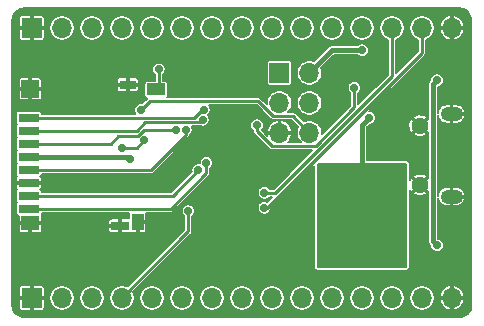
<source format=gbr>
%TF.GenerationSoftware,KiCad,Pcbnew,5.1.6+dfsg1-1*%
%TF.CreationDate,2020-06-20T18:18:21+08:00*%
%TF.ProjectId,stm32dev,73746d33-3264-4657-962e-6b696361645f,a*%
%TF.SameCoordinates,Original*%
%TF.FileFunction,Copper,L2,Bot*%
%TF.FilePolarity,Positive*%
%FSLAX46Y46*%
G04 Gerber Fmt 4.6, Leading zero omitted, Abs format (unit mm)*
G04 Created by KiCad (PCBNEW 5.1.6+dfsg1-1) date 2020-06-20 18:18:21*
%MOMM*%
%LPD*%
G01*
G04 APERTURE LIST*
%TA.AperFunction,ComponentPad*%
%ADD10O,1.700000X1.700000*%
%TD*%
%TA.AperFunction,ComponentPad*%
%ADD11R,1.700000X1.700000*%
%TD*%
%TA.AperFunction,SMDPad,CuDef*%
%ADD12R,1.550000X1.000000*%
%TD*%
%TA.AperFunction,SMDPad,CuDef*%
%ADD13R,1.500000X1.500000*%
%TD*%
%TA.AperFunction,SMDPad,CuDef*%
%ADD14R,1.750000X0.700000*%
%TD*%
%TA.AperFunction,SMDPad,CuDef*%
%ADD15R,1.400000X0.800000*%
%TD*%
%TA.AperFunction,SMDPad,CuDef*%
%ADD16R,1.000000X1.450000*%
%TD*%
%TA.AperFunction,SMDPad,CuDef*%
%ADD17R,1.500000X0.800000*%
%TD*%
%TA.AperFunction,SMDPad,CuDef*%
%ADD18R,1.500000X1.300000*%
%TD*%
%TA.AperFunction,ComponentPad*%
%ADD19O,1.900000X1.200000*%
%TD*%
%TA.AperFunction,ComponentPad*%
%ADD20C,1.450000*%
%TD*%
%TA.AperFunction,ViaPad*%
%ADD21C,0.700000*%
%TD*%
%TA.AperFunction,Conductor*%
%ADD22C,0.381000*%
%TD*%
%TA.AperFunction,Conductor*%
%ADD23C,0.228600*%
%TD*%
%TA.AperFunction,Conductor*%
%ADD24C,0.152400*%
%TD*%
G04 APERTURE END LIST*
D10*
%TO.P,J5,6*%
%TO.N,0*%
X160655000Y-95250000D03*
%TO.P,J5,5*%
%TO.N,GND*%
X158115000Y-95250000D03*
%TO.P,J5,4*%
%TO.N,RXD*%
X160655000Y-92710000D03*
%TO.P,J5,3*%
%TO.N,TXD*%
X158115000Y-92710000D03*
%TO.P,J5,2*%
%TO.N,Net-(D3-Pad2)*%
X160655000Y-90170000D03*
D11*
%TO.P,J5,1*%
%TO.N,EN*%
X158115000Y-90170000D03*
%TD*%
D12*
%TO.P,J2,10*%
%TO.N,SD_DET*%
X147690000Y-91580000D03*
D13*
%TO.P,J2,11*%
%TO.N,GND*%
X137015000Y-91530000D03*
D14*
%TO.P,J2,1*%
%TO.N,SD_D2*%
X136890000Y-93980000D03*
%TO.P,J2,2*%
%TO.N,SD_D3*%
X136890000Y-95080000D03*
%TO.P,J2,3*%
%TO.N,SD_CMD*%
X136890000Y-96180000D03*
%TO.P,J2,4*%
%TO.N,VCC*%
X136890000Y-97280000D03*
%TO.P,J2,5*%
%TO.N,SD_CLK*%
X136890000Y-98380000D03*
%TO.P,J2,6*%
%TO.N,GND*%
X136890000Y-99480000D03*
%TO.P,J2,7*%
%TO.N,SD_D0*%
X136890000Y-100580000D03*
D15*
%TO.P,J2,11*%
%TO.N,GND*%
X145265000Y-91180000D03*
D16*
%TO.P,J2,9*%
X146115000Y-102805000D03*
D17*
%TO.P,J2,11*%
X144615000Y-103130000D03*
D18*
X137015000Y-102880000D03*
D14*
%TO.P,J2,8*%
%TO.N,SD_D1*%
X136890000Y-101680000D03*
%TD*%
D10*
%TO.P,J4,15*%
%TO.N,GND*%
X172720000Y-86360000D03*
%TO.P,J4,14*%
%TO.N,PB12_CAN2_RX*%
X170180000Y-86360000D03*
%TO.P,J4,13*%
%TO.N,PB13_CAN2_TX*%
X167640000Y-86360000D03*
%TO.P,J4,12*%
%TO.N,PC6*%
X165100000Y-86360000D03*
%TO.P,J4,11*%
%TO.N,PC7*%
X162560000Y-86360000D03*
%TO.P,J4,10*%
%TO.N,PA13_JMS*%
X160020000Y-86360000D03*
%TO.P,J4,9*%
%TO.N,PA14_JCLK*%
X157480000Y-86360000D03*
%TO.P,J4,8*%
%TO.N,PA15_JDI*%
X154940000Y-86360000D03*
%TO.P,J4,7*%
%TO.N,PB3_JDO*%
X152400000Y-86360000D03*
%TO.P,J4,6*%
%TO.N,PB4_JRST*%
X149860000Y-86360000D03*
%TO.P,J4,5*%
%TO.N,PB6_SCL*%
X147320000Y-86360000D03*
%TO.P,J4,4*%
%TO.N,PB7_SDA*%
X144780000Y-86360000D03*
%TO.P,J4,3*%
%TO.N,PB8_CAN1_TX*%
X142240000Y-86360000D03*
%TO.P,J4,2*%
%TO.N,PB9_CAN1_RX*%
X139700000Y-86360000D03*
D11*
%TO.P,J4,1*%
%TO.N,GND*%
X137160000Y-86360000D03*
%TD*%
D10*
%TO.P,J3,15*%
%TO.N,GND*%
X172720000Y-109220000D03*
%TO.P,J3,14*%
%TO.N,VBUS*%
X170180000Y-109220000D03*
%TO.P,J3,13*%
%TO.N,VCC*%
X167640000Y-109220000D03*
%TO.P,J3,12*%
%TO.N,PA7_AI1*%
X165100000Y-109220000D03*
%TO.P,J3,11*%
%TO.N,PA6_AI0*%
X162560000Y-109220000D03*
%TO.P,J3,10*%
%TO.N,PA5_AO1*%
X160020000Y-109220000D03*
%TO.P,J3,9*%
%TO.N,PA4_AO0*%
X157480000Y-109220000D03*
%TO.P,J3,8*%
%TO.N,PA3_U2_RX*%
X154940000Y-109220000D03*
%TO.P,J3,7*%
%TO.N,PA2_U2_TX*%
X152400000Y-109220000D03*
%TO.P,J3,6*%
%TO.N,PA1*%
X149860000Y-109220000D03*
%TO.P,J3,5*%
%TO.N,PA0*%
X147320000Y-109220000D03*
%TO.P,J3,4*%
%TO.N,PB10_SCK*%
X144780000Y-109220000D03*
%TO.P,J3,3*%
%TO.N,PC3_MOSI*%
X142240000Y-109220000D03*
%TO.P,J3,2*%
%TO.N,PC2_MISO*%
X139700000Y-109220000D03*
D11*
%TO.P,J3,1*%
%TO.N,GND*%
X137160000Y-109220000D03*
%TD*%
D19*
%TO.P,J1,6*%
%TO.N,GND*%
X172687500Y-93655000D03*
X172687500Y-100655000D03*
D20*
X169987500Y-94655000D03*
X169987500Y-99655000D03*
%TD*%
D21*
%TO.N,GND*%
X144780000Y-99695000D03*
X157480000Y-104775000D03*
X157480000Y-102235000D03*
X151765000Y-100965000D03*
X149860000Y-98425000D03*
X156845000Y-88265000D03*
X154305000Y-91440000D03*
X143510000Y-104775000D03*
X139700000Y-104775000D03*
X139700000Y-106045000D03*
%TO.N,VBUS*%
X171450000Y-90805000D03*
X171450000Y-104775000D03*
%TO.N,VCC*%
X165100000Y-100965000D03*
X163195000Y-100965000D03*
X167005000Y-100965000D03*
X167005000Y-102870000D03*
X165100000Y-102870000D03*
X163195000Y-102870000D03*
X165735000Y-93980000D03*
X145500000Y-97500000D03*
%TO.N,0*%
X146400000Y-93310000D03*
%TO.N,EN*%
X144780000Y-96520000D03*
X146685000Y-95885000D03*
%TO.N,RGB*%
X156210000Y-94615000D03*
X164465000Y-91440000D03*
%TO.N,SD_DET*%
X147910000Y-89880000D03*
%TO.N,SD_D2*%
X151709168Y-93303684D03*
%TO.N,SD_D3*%
X151625828Y-94152012D03*
%TO.N,SD_CMD*%
X149327642Y-94988349D03*
%TO.N,SD_CLK*%
X150179986Y-94977721D03*
%TO.N,SD_D0*%
X151245811Y-98415217D03*
%TO.N,SD_D1*%
X151930000Y-97798290D03*
%TO.N,PB12_CAN2_RX*%
X156845000Y-101600000D03*
%TO.N,PB13_CAN2_TX*%
X156845000Y-100330000D03*
%TO.N,PB10_SCK*%
X150410000Y-101880000D03*
%TO.N,Net-(D3-Pad2)*%
X165100000Y-88265000D03*
%TD*%
D22*
%TO.N,VBUS*%
X171100001Y-104425001D02*
X171450000Y-104775000D01*
X171100001Y-91154999D02*
X171100001Y-104425001D01*
X171450000Y-90805000D02*
X171100001Y-91154999D01*
%TO.N,VCC*%
X165100000Y-94615000D02*
X165100000Y-100965000D01*
X165735000Y-93980000D02*
X165100000Y-94615000D01*
X145280000Y-97280000D02*
X145500000Y-97500000D01*
X136890000Y-97280000D02*
X145280000Y-97280000D01*
D23*
%TO.N,0*%
X146400000Y-93310000D02*
X147120000Y-92590000D01*
X157578983Y-93826701D02*
X159231701Y-93826701D01*
X159231701Y-93826701D02*
X160655000Y-95250000D01*
X156342282Y-92590000D02*
X157578983Y-93826701D01*
X147120000Y-92590000D02*
X156342282Y-92590000D01*
%TO.N,EN*%
X146050000Y-96520000D02*
X146685000Y-95885000D01*
X144780000Y-96520000D02*
X146050000Y-96520000D01*
%TO.N,RGB*%
X156210000Y-95109974D02*
X156210000Y-94615000D01*
X157466727Y-96366701D02*
X156210000Y-95109974D01*
X161191017Y-96366701D02*
X157466727Y-96366701D01*
X164465000Y-93092718D02*
X161191017Y-96366701D01*
X164465000Y-91440000D02*
X164465000Y-93092718D01*
%TO.N,SD_DET*%
X147910000Y-91360000D02*
X147690000Y-91580000D01*
X147910000Y-89880000D02*
X147910000Y-91360000D01*
%TO.N,SD_D2*%
X151561436Y-93303684D02*
X151709168Y-93303684D01*
X150885120Y-93980000D02*
X151561436Y-93303684D01*
X136890000Y-93980000D02*
X150885120Y-93980000D01*
%TO.N,SD_D3*%
X146038450Y-95080000D02*
X146757439Y-94361011D01*
X146757439Y-94361011D02*
X151416829Y-94361011D01*
X136890000Y-95080000D02*
X146038450Y-95080000D01*
X151416829Y-94361011D02*
X151625828Y-94152012D01*
%TO.N,SD_CMD*%
X144483983Y-95553299D02*
X146103981Y-95553299D01*
X136890000Y-96180000D02*
X143857282Y-96180000D01*
X143857282Y-96180000D02*
X144483983Y-95553299D01*
X146103981Y-95553299D02*
X146668931Y-94988349D01*
X146668931Y-94988349D02*
X149327642Y-94988349D01*
%TO.N,SD_CLK*%
X147245979Y-98406702D02*
X150179986Y-95472695D01*
X136890000Y-98380000D02*
X136916702Y-98406702D01*
X136916702Y-98406702D02*
X147245979Y-98406702D01*
X150179986Y-95472695D02*
X150179986Y-94977721D01*
%TO.N,SD_D0*%
X136890000Y-100580000D02*
X149081028Y-100580000D01*
X149081028Y-100580000D02*
X151245811Y-98415217D01*
%TO.N,SD_D1*%
X148893746Y-101680000D02*
X151930000Y-98643746D01*
X136890000Y-101680000D02*
X148893746Y-101680000D01*
X151930000Y-98643746D02*
X151930000Y-97798290D01*
%TO.N,PB12_CAN2_RX*%
X156845000Y-101600000D02*
X157035378Y-101600000D01*
X157035378Y-101600000D02*
X170180000Y-88455378D01*
X170180000Y-88455378D02*
X170180000Y-86360000D01*
%TO.N,PB13_CAN2_TX*%
X157766548Y-100330000D02*
X167640000Y-90456548D01*
X156845000Y-100330000D02*
X157766548Y-100330000D01*
X167640000Y-90456548D02*
X167640000Y-86360000D01*
%TO.N,PB10_SCK*%
X150410000Y-103590000D02*
X144780000Y-109220000D01*
X150410000Y-101880000D02*
X150410000Y-103590000D01*
D22*
%TO.N,Net-(D3-Pad2)*%
X162560000Y-88265000D02*
X160655000Y-90170000D01*
X165100000Y-88265000D02*
X162560000Y-88265000D01*
%TD*%
D24*
%TO.N,GND*%
G36*
X173552186Y-84729151D02*
G01*
X173741854Y-84786415D01*
X173916795Y-84879433D01*
X174070334Y-85004656D01*
X174196626Y-85157317D01*
X174290861Y-85331602D01*
X174349449Y-85520866D01*
X174371400Y-85729721D01*
X174371401Y-109842583D01*
X174350849Y-110052186D01*
X174293584Y-110241856D01*
X174200566Y-110416797D01*
X174075344Y-110570334D01*
X173922683Y-110696626D01*
X173748398Y-110790861D01*
X173559134Y-110849449D01*
X173350279Y-110871400D01*
X136537406Y-110871400D01*
X136327814Y-110850849D01*
X136138144Y-110793584D01*
X135963203Y-110700566D01*
X135809666Y-110575344D01*
X135683374Y-110422683D01*
X135589139Y-110248398D01*
X135533915Y-110070000D01*
X136080294Y-110070000D01*
X136084708Y-110114813D01*
X136097779Y-110157905D01*
X136119006Y-110197618D01*
X136147573Y-110232427D01*
X136182382Y-110260994D01*
X136222095Y-110282221D01*
X136265187Y-110295292D01*
X136310000Y-110299706D01*
X137026650Y-110298600D01*
X137083800Y-110241450D01*
X137083800Y-109296200D01*
X137236200Y-109296200D01*
X137236200Y-110241450D01*
X137293350Y-110298600D01*
X138010000Y-110299706D01*
X138054813Y-110295292D01*
X138097905Y-110282221D01*
X138137618Y-110260994D01*
X138172427Y-110232427D01*
X138200994Y-110197618D01*
X138222221Y-110157905D01*
X138235292Y-110114813D01*
X138239706Y-110070000D01*
X138238600Y-109353350D01*
X138181450Y-109296200D01*
X137236200Y-109296200D01*
X137083800Y-109296200D01*
X136138550Y-109296200D01*
X136081400Y-109353350D01*
X136080294Y-110070000D01*
X135533915Y-110070000D01*
X135530551Y-110059134D01*
X135508600Y-109850279D01*
X135508600Y-108370000D01*
X136080294Y-108370000D01*
X136081400Y-109086650D01*
X136138550Y-109143800D01*
X137083800Y-109143800D01*
X137083800Y-108198550D01*
X137236200Y-108198550D01*
X137236200Y-109143800D01*
X138181450Y-109143800D01*
X138211483Y-109113767D01*
X138621400Y-109113767D01*
X138621400Y-109326233D01*
X138662850Y-109534616D01*
X138744157Y-109730909D01*
X138862197Y-109907567D01*
X139012433Y-110057803D01*
X139189091Y-110175843D01*
X139385384Y-110257150D01*
X139593767Y-110298600D01*
X139806233Y-110298600D01*
X140014616Y-110257150D01*
X140210909Y-110175843D01*
X140387567Y-110057803D01*
X140537803Y-109907567D01*
X140655843Y-109730909D01*
X140737150Y-109534616D01*
X140778600Y-109326233D01*
X140778600Y-109113767D01*
X141161400Y-109113767D01*
X141161400Y-109326233D01*
X141202850Y-109534616D01*
X141284157Y-109730909D01*
X141402197Y-109907567D01*
X141552433Y-110057803D01*
X141729091Y-110175843D01*
X141925384Y-110257150D01*
X142133767Y-110298600D01*
X142346233Y-110298600D01*
X142554616Y-110257150D01*
X142750909Y-110175843D01*
X142927567Y-110057803D01*
X143077803Y-109907567D01*
X143195843Y-109730909D01*
X143277150Y-109534616D01*
X143318600Y-109326233D01*
X143318600Y-109113767D01*
X143701400Y-109113767D01*
X143701400Y-109326233D01*
X143742850Y-109534616D01*
X143824157Y-109730909D01*
X143942197Y-109907567D01*
X144092433Y-110057803D01*
X144269091Y-110175843D01*
X144465384Y-110257150D01*
X144673767Y-110298600D01*
X144886233Y-110298600D01*
X145094616Y-110257150D01*
X145290909Y-110175843D01*
X145467567Y-110057803D01*
X145617803Y-109907567D01*
X145735843Y-109730909D01*
X145817150Y-109534616D01*
X145858600Y-109326233D01*
X145858600Y-109113767D01*
X146241400Y-109113767D01*
X146241400Y-109326233D01*
X146282850Y-109534616D01*
X146364157Y-109730909D01*
X146482197Y-109907567D01*
X146632433Y-110057803D01*
X146809091Y-110175843D01*
X147005384Y-110257150D01*
X147213767Y-110298600D01*
X147426233Y-110298600D01*
X147634616Y-110257150D01*
X147830909Y-110175843D01*
X148007567Y-110057803D01*
X148157803Y-109907567D01*
X148275843Y-109730909D01*
X148357150Y-109534616D01*
X148398600Y-109326233D01*
X148398600Y-109113767D01*
X148781400Y-109113767D01*
X148781400Y-109326233D01*
X148822850Y-109534616D01*
X148904157Y-109730909D01*
X149022197Y-109907567D01*
X149172433Y-110057803D01*
X149349091Y-110175843D01*
X149545384Y-110257150D01*
X149753767Y-110298600D01*
X149966233Y-110298600D01*
X150174616Y-110257150D01*
X150370909Y-110175843D01*
X150547567Y-110057803D01*
X150697803Y-109907567D01*
X150815843Y-109730909D01*
X150897150Y-109534616D01*
X150938600Y-109326233D01*
X150938600Y-109113767D01*
X151321400Y-109113767D01*
X151321400Y-109326233D01*
X151362850Y-109534616D01*
X151444157Y-109730909D01*
X151562197Y-109907567D01*
X151712433Y-110057803D01*
X151889091Y-110175843D01*
X152085384Y-110257150D01*
X152293767Y-110298600D01*
X152506233Y-110298600D01*
X152714616Y-110257150D01*
X152910909Y-110175843D01*
X153087567Y-110057803D01*
X153237803Y-109907567D01*
X153355843Y-109730909D01*
X153437150Y-109534616D01*
X153478600Y-109326233D01*
X153478600Y-109113767D01*
X153861400Y-109113767D01*
X153861400Y-109326233D01*
X153902850Y-109534616D01*
X153984157Y-109730909D01*
X154102197Y-109907567D01*
X154252433Y-110057803D01*
X154429091Y-110175843D01*
X154625384Y-110257150D01*
X154833767Y-110298600D01*
X155046233Y-110298600D01*
X155254616Y-110257150D01*
X155450909Y-110175843D01*
X155627567Y-110057803D01*
X155777803Y-109907567D01*
X155895843Y-109730909D01*
X155977150Y-109534616D01*
X156018600Y-109326233D01*
X156018600Y-109113767D01*
X156401400Y-109113767D01*
X156401400Y-109326233D01*
X156442850Y-109534616D01*
X156524157Y-109730909D01*
X156642197Y-109907567D01*
X156792433Y-110057803D01*
X156969091Y-110175843D01*
X157165384Y-110257150D01*
X157373767Y-110298600D01*
X157586233Y-110298600D01*
X157794616Y-110257150D01*
X157990909Y-110175843D01*
X158167567Y-110057803D01*
X158317803Y-109907567D01*
X158435843Y-109730909D01*
X158517150Y-109534616D01*
X158558600Y-109326233D01*
X158558600Y-109113767D01*
X158941400Y-109113767D01*
X158941400Y-109326233D01*
X158982850Y-109534616D01*
X159064157Y-109730909D01*
X159182197Y-109907567D01*
X159332433Y-110057803D01*
X159509091Y-110175843D01*
X159705384Y-110257150D01*
X159913767Y-110298600D01*
X160126233Y-110298600D01*
X160334616Y-110257150D01*
X160530909Y-110175843D01*
X160707567Y-110057803D01*
X160857803Y-109907567D01*
X160975843Y-109730909D01*
X161057150Y-109534616D01*
X161098600Y-109326233D01*
X161098600Y-109113767D01*
X161481400Y-109113767D01*
X161481400Y-109326233D01*
X161522850Y-109534616D01*
X161604157Y-109730909D01*
X161722197Y-109907567D01*
X161872433Y-110057803D01*
X162049091Y-110175843D01*
X162245384Y-110257150D01*
X162453767Y-110298600D01*
X162666233Y-110298600D01*
X162874616Y-110257150D01*
X163070909Y-110175843D01*
X163247567Y-110057803D01*
X163397803Y-109907567D01*
X163515843Y-109730909D01*
X163597150Y-109534616D01*
X163638600Y-109326233D01*
X163638600Y-109113767D01*
X164021400Y-109113767D01*
X164021400Y-109326233D01*
X164062850Y-109534616D01*
X164144157Y-109730909D01*
X164262197Y-109907567D01*
X164412433Y-110057803D01*
X164589091Y-110175843D01*
X164785384Y-110257150D01*
X164993767Y-110298600D01*
X165206233Y-110298600D01*
X165414616Y-110257150D01*
X165610909Y-110175843D01*
X165787567Y-110057803D01*
X165937803Y-109907567D01*
X166055843Y-109730909D01*
X166137150Y-109534616D01*
X166178600Y-109326233D01*
X166178600Y-109113767D01*
X166561400Y-109113767D01*
X166561400Y-109326233D01*
X166602850Y-109534616D01*
X166684157Y-109730909D01*
X166802197Y-109907567D01*
X166952433Y-110057803D01*
X167129091Y-110175843D01*
X167325384Y-110257150D01*
X167533767Y-110298600D01*
X167746233Y-110298600D01*
X167954616Y-110257150D01*
X168150909Y-110175843D01*
X168327567Y-110057803D01*
X168477803Y-109907567D01*
X168595843Y-109730909D01*
X168677150Y-109534616D01*
X168718600Y-109326233D01*
X168718600Y-109113767D01*
X169101400Y-109113767D01*
X169101400Y-109326233D01*
X169142850Y-109534616D01*
X169224157Y-109730909D01*
X169342197Y-109907567D01*
X169492433Y-110057803D01*
X169669091Y-110175843D01*
X169865384Y-110257150D01*
X170073767Y-110298600D01*
X170286233Y-110298600D01*
X170494616Y-110257150D01*
X170690909Y-110175843D01*
X170867567Y-110057803D01*
X171017803Y-109907567D01*
X171135843Y-109730909D01*
X171217150Y-109534616D01*
X171231281Y-109463571D01*
X171669258Y-109463571D01*
X171736966Y-109663880D01*
X171842451Y-109847131D01*
X171981660Y-110006282D01*
X172149243Y-110135217D01*
X172338760Y-110228981D01*
X172476430Y-110270739D01*
X172643800Y-110238604D01*
X172643800Y-109296200D01*
X172796200Y-109296200D01*
X172796200Y-110238604D01*
X172963570Y-110270739D01*
X173101240Y-110228981D01*
X173290757Y-110135217D01*
X173458340Y-110006282D01*
X173597549Y-109847131D01*
X173703034Y-109663880D01*
X173770742Y-109463571D01*
X173738759Y-109296200D01*
X172796200Y-109296200D01*
X172643800Y-109296200D01*
X171701241Y-109296200D01*
X171669258Y-109463571D01*
X171231281Y-109463571D01*
X171258600Y-109326233D01*
X171258600Y-109113767D01*
X171231282Y-108976429D01*
X171669258Y-108976429D01*
X171701241Y-109143800D01*
X172643800Y-109143800D01*
X172643800Y-108201396D01*
X172796200Y-108201396D01*
X172796200Y-109143800D01*
X173738759Y-109143800D01*
X173770742Y-108976429D01*
X173703034Y-108776120D01*
X173597549Y-108592869D01*
X173458340Y-108433718D01*
X173290757Y-108304783D01*
X173101240Y-108211019D01*
X172963570Y-108169261D01*
X172796200Y-108201396D01*
X172643800Y-108201396D01*
X172476430Y-108169261D01*
X172338760Y-108211019D01*
X172149243Y-108304783D01*
X171981660Y-108433718D01*
X171842451Y-108592869D01*
X171736966Y-108776120D01*
X171669258Y-108976429D01*
X171231282Y-108976429D01*
X171217150Y-108905384D01*
X171135843Y-108709091D01*
X171017803Y-108532433D01*
X170867567Y-108382197D01*
X170690909Y-108264157D01*
X170494616Y-108182850D01*
X170286233Y-108141400D01*
X170073767Y-108141400D01*
X169865384Y-108182850D01*
X169669091Y-108264157D01*
X169492433Y-108382197D01*
X169342197Y-108532433D01*
X169224157Y-108709091D01*
X169142850Y-108905384D01*
X169101400Y-109113767D01*
X168718600Y-109113767D01*
X168677150Y-108905384D01*
X168595843Y-108709091D01*
X168477803Y-108532433D01*
X168327567Y-108382197D01*
X168150909Y-108264157D01*
X167954616Y-108182850D01*
X167746233Y-108141400D01*
X167533767Y-108141400D01*
X167325384Y-108182850D01*
X167129091Y-108264157D01*
X166952433Y-108382197D01*
X166802197Y-108532433D01*
X166684157Y-108709091D01*
X166602850Y-108905384D01*
X166561400Y-109113767D01*
X166178600Y-109113767D01*
X166137150Y-108905384D01*
X166055843Y-108709091D01*
X165937803Y-108532433D01*
X165787567Y-108382197D01*
X165610909Y-108264157D01*
X165414616Y-108182850D01*
X165206233Y-108141400D01*
X164993767Y-108141400D01*
X164785384Y-108182850D01*
X164589091Y-108264157D01*
X164412433Y-108382197D01*
X164262197Y-108532433D01*
X164144157Y-108709091D01*
X164062850Y-108905384D01*
X164021400Y-109113767D01*
X163638600Y-109113767D01*
X163597150Y-108905384D01*
X163515843Y-108709091D01*
X163397803Y-108532433D01*
X163247567Y-108382197D01*
X163070909Y-108264157D01*
X162874616Y-108182850D01*
X162666233Y-108141400D01*
X162453767Y-108141400D01*
X162245384Y-108182850D01*
X162049091Y-108264157D01*
X161872433Y-108382197D01*
X161722197Y-108532433D01*
X161604157Y-108709091D01*
X161522850Y-108905384D01*
X161481400Y-109113767D01*
X161098600Y-109113767D01*
X161057150Y-108905384D01*
X160975843Y-108709091D01*
X160857803Y-108532433D01*
X160707567Y-108382197D01*
X160530909Y-108264157D01*
X160334616Y-108182850D01*
X160126233Y-108141400D01*
X159913767Y-108141400D01*
X159705384Y-108182850D01*
X159509091Y-108264157D01*
X159332433Y-108382197D01*
X159182197Y-108532433D01*
X159064157Y-108709091D01*
X158982850Y-108905384D01*
X158941400Y-109113767D01*
X158558600Y-109113767D01*
X158517150Y-108905384D01*
X158435843Y-108709091D01*
X158317803Y-108532433D01*
X158167567Y-108382197D01*
X157990909Y-108264157D01*
X157794616Y-108182850D01*
X157586233Y-108141400D01*
X157373767Y-108141400D01*
X157165384Y-108182850D01*
X156969091Y-108264157D01*
X156792433Y-108382197D01*
X156642197Y-108532433D01*
X156524157Y-108709091D01*
X156442850Y-108905384D01*
X156401400Y-109113767D01*
X156018600Y-109113767D01*
X155977150Y-108905384D01*
X155895843Y-108709091D01*
X155777803Y-108532433D01*
X155627567Y-108382197D01*
X155450909Y-108264157D01*
X155254616Y-108182850D01*
X155046233Y-108141400D01*
X154833767Y-108141400D01*
X154625384Y-108182850D01*
X154429091Y-108264157D01*
X154252433Y-108382197D01*
X154102197Y-108532433D01*
X153984157Y-108709091D01*
X153902850Y-108905384D01*
X153861400Y-109113767D01*
X153478600Y-109113767D01*
X153437150Y-108905384D01*
X153355843Y-108709091D01*
X153237803Y-108532433D01*
X153087567Y-108382197D01*
X152910909Y-108264157D01*
X152714616Y-108182850D01*
X152506233Y-108141400D01*
X152293767Y-108141400D01*
X152085384Y-108182850D01*
X151889091Y-108264157D01*
X151712433Y-108382197D01*
X151562197Y-108532433D01*
X151444157Y-108709091D01*
X151362850Y-108905384D01*
X151321400Y-109113767D01*
X150938600Y-109113767D01*
X150897150Y-108905384D01*
X150815843Y-108709091D01*
X150697803Y-108532433D01*
X150547567Y-108382197D01*
X150370909Y-108264157D01*
X150174616Y-108182850D01*
X149966233Y-108141400D01*
X149753767Y-108141400D01*
X149545384Y-108182850D01*
X149349091Y-108264157D01*
X149172433Y-108382197D01*
X149022197Y-108532433D01*
X148904157Y-108709091D01*
X148822850Y-108905384D01*
X148781400Y-109113767D01*
X148398600Y-109113767D01*
X148357150Y-108905384D01*
X148275843Y-108709091D01*
X148157803Y-108532433D01*
X148007567Y-108382197D01*
X147830909Y-108264157D01*
X147634616Y-108182850D01*
X147426233Y-108141400D01*
X147213767Y-108141400D01*
X147005384Y-108182850D01*
X146809091Y-108264157D01*
X146632433Y-108382197D01*
X146482197Y-108532433D01*
X146364157Y-108709091D01*
X146282850Y-108905384D01*
X146241400Y-109113767D01*
X145858600Y-109113767D01*
X145817150Y-108905384D01*
X145747558Y-108737375D01*
X150640557Y-103844377D01*
X150653640Y-103833640D01*
X150696490Y-103781427D01*
X150728331Y-103721857D01*
X150747938Y-103657220D01*
X150752900Y-103606843D01*
X150752900Y-103606836D01*
X150754558Y-103590001D01*
X150752900Y-103573166D01*
X150752900Y-102346758D01*
X150778836Y-102329428D01*
X150859428Y-102248836D01*
X150922749Y-102154070D01*
X150966365Y-102048772D01*
X150988600Y-101936987D01*
X150988600Y-101823013D01*
X150966365Y-101711228D01*
X150922749Y-101605930D01*
X150859428Y-101511164D01*
X150778836Y-101430572D01*
X150684070Y-101367251D01*
X150578772Y-101323635D01*
X150466987Y-101301400D01*
X150353013Y-101301400D01*
X150241228Y-101323635D01*
X150135930Y-101367251D01*
X150041164Y-101430572D01*
X149960572Y-101511164D01*
X149897251Y-101605930D01*
X149853635Y-101711228D01*
X149831400Y-101823013D01*
X149831400Y-101936987D01*
X149853635Y-102048772D01*
X149897251Y-102154070D01*
X149960572Y-102248836D01*
X150041164Y-102329428D01*
X150067100Y-102346758D01*
X150067101Y-103447965D01*
X145262625Y-108252442D01*
X145094616Y-108182850D01*
X144886233Y-108141400D01*
X144673767Y-108141400D01*
X144465384Y-108182850D01*
X144269091Y-108264157D01*
X144092433Y-108382197D01*
X143942197Y-108532433D01*
X143824157Y-108709091D01*
X143742850Y-108905384D01*
X143701400Y-109113767D01*
X143318600Y-109113767D01*
X143277150Y-108905384D01*
X143195843Y-108709091D01*
X143077803Y-108532433D01*
X142927567Y-108382197D01*
X142750909Y-108264157D01*
X142554616Y-108182850D01*
X142346233Y-108141400D01*
X142133767Y-108141400D01*
X141925384Y-108182850D01*
X141729091Y-108264157D01*
X141552433Y-108382197D01*
X141402197Y-108532433D01*
X141284157Y-108709091D01*
X141202850Y-108905384D01*
X141161400Y-109113767D01*
X140778600Y-109113767D01*
X140737150Y-108905384D01*
X140655843Y-108709091D01*
X140537803Y-108532433D01*
X140387567Y-108382197D01*
X140210909Y-108264157D01*
X140014616Y-108182850D01*
X139806233Y-108141400D01*
X139593767Y-108141400D01*
X139385384Y-108182850D01*
X139189091Y-108264157D01*
X139012433Y-108382197D01*
X138862197Y-108532433D01*
X138744157Y-108709091D01*
X138662850Y-108905384D01*
X138621400Y-109113767D01*
X138211483Y-109113767D01*
X138238600Y-109086650D01*
X138239706Y-108370000D01*
X138235292Y-108325187D01*
X138222221Y-108282095D01*
X138200994Y-108242382D01*
X138172427Y-108207573D01*
X138137618Y-108179006D01*
X138097905Y-108157779D01*
X138054813Y-108144708D01*
X138010000Y-108140294D01*
X137293350Y-108141400D01*
X137236200Y-108198550D01*
X137083800Y-108198550D01*
X137026650Y-108141400D01*
X136310000Y-108140294D01*
X136265187Y-108144708D01*
X136222095Y-108157779D01*
X136182382Y-108179006D01*
X136147573Y-108207573D01*
X136119006Y-108242382D01*
X136097779Y-108282095D01*
X136084708Y-108325187D01*
X136080294Y-108370000D01*
X135508600Y-108370000D01*
X135508600Y-103530000D01*
X136035294Y-103530000D01*
X136039708Y-103574813D01*
X136052779Y-103617905D01*
X136074006Y-103657618D01*
X136102573Y-103692427D01*
X136137382Y-103720994D01*
X136177095Y-103742221D01*
X136220187Y-103755292D01*
X136265000Y-103759706D01*
X136881650Y-103758600D01*
X136938800Y-103701450D01*
X136938800Y-102956200D01*
X137091200Y-102956200D01*
X137091200Y-103701450D01*
X137148350Y-103758600D01*
X137765000Y-103759706D01*
X137809813Y-103755292D01*
X137852905Y-103742221D01*
X137892618Y-103720994D01*
X137927427Y-103692427D01*
X137955994Y-103657618D01*
X137977221Y-103617905D01*
X137990292Y-103574813D01*
X137994706Y-103530000D01*
X143635294Y-103530000D01*
X143639708Y-103574813D01*
X143652779Y-103617905D01*
X143674006Y-103657618D01*
X143702573Y-103692427D01*
X143737382Y-103720994D01*
X143777095Y-103742221D01*
X143820187Y-103755292D01*
X143865000Y-103759706D01*
X144481650Y-103758600D01*
X144538800Y-103701450D01*
X144538800Y-103206200D01*
X143693550Y-103206200D01*
X143636400Y-103263350D01*
X143635294Y-103530000D01*
X137994706Y-103530000D01*
X137993600Y-103013350D01*
X137936450Y-102956200D01*
X137091200Y-102956200D01*
X136938800Y-102956200D01*
X136093550Y-102956200D01*
X136036400Y-103013350D01*
X136035294Y-103530000D01*
X135508600Y-103530000D01*
X135508600Y-99830000D01*
X135785294Y-99830000D01*
X135789708Y-99874813D01*
X135802779Y-99917905D01*
X135824006Y-99957618D01*
X135852573Y-99992427D01*
X135887382Y-100020994D01*
X135904231Y-100030000D01*
X135887382Y-100039006D01*
X135852573Y-100067573D01*
X135824006Y-100102382D01*
X135802779Y-100142095D01*
X135789708Y-100185187D01*
X135785294Y-100230000D01*
X135785294Y-100930000D01*
X135789708Y-100974813D01*
X135802779Y-101017905D01*
X135824006Y-101057618D01*
X135852573Y-101092427D01*
X135887382Y-101120994D01*
X135904231Y-101130000D01*
X135887382Y-101139006D01*
X135852573Y-101167573D01*
X135824006Y-101202382D01*
X135802779Y-101242095D01*
X135789708Y-101285187D01*
X135785294Y-101330000D01*
X135785294Y-102030000D01*
X135789708Y-102074813D01*
X135802779Y-102117905D01*
X135824006Y-102157618D01*
X135852573Y-102192427D01*
X135887382Y-102220994D01*
X135927095Y-102242221D01*
X135970187Y-102255292D01*
X136015000Y-102259706D01*
X136035358Y-102259706D01*
X136036400Y-102746650D01*
X136093550Y-102803800D01*
X136938800Y-102803800D01*
X136938800Y-102783800D01*
X137091200Y-102783800D01*
X137091200Y-102803800D01*
X137936450Y-102803800D01*
X137993600Y-102746650D01*
X137993635Y-102730000D01*
X143635294Y-102730000D01*
X143636400Y-102996650D01*
X143693550Y-103053800D01*
X144538800Y-103053800D01*
X144538800Y-102558550D01*
X144481650Y-102501400D01*
X143865000Y-102500294D01*
X143820187Y-102504708D01*
X143777095Y-102517779D01*
X143737382Y-102539006D01*
X143702573Y-102567573D01*
X143674006Y-102602382D01*
X143652779Y-102642095D01*
X143639708Y-102685187D01*
X143635294Y-102730000D01*
X137993635Y-102730000D01*
X137994706Y-102230000D01*
X137990292Y-102185187D01*
X137977221Y-102142095D01*
X137970756Y-102130000D01*
X137977221Y-102117905D01*
X137990292Y-102074813D01*
X137994706Y-102030000D01*
X137994706Y-102022900D01*
X145393435Y-102022900D01*
X145389708Y-102035187D01*
X145385294Y-102080000D01*
X145386084Y-102502371D01*
X145365000Y-102500294D01*
X144748350Y-102501400D01*
X144691200Y-102558550D01*
X144691200Y-103053800D01*
X144711200Y-103053800D01*
X144711200Y-103206200D01*
X144691200Y-103206200D01*
X144691200Y-103701450D01*
X144748350Y-103758600D01*
X145365000Y-103759706D01*
X145409813Y-103755292D01*
X145452905Y-103742221D01*
X145490000Y-103722393D01*
X145527095Y-103742221D01*
X145570187Y-103755292D01*
X145615000Y-103759706D01*
X145981650Y-103758600D01*
X146038800Y-103701450D01*
X146038800Y-102881200D01*
X146191200Y-102881200D01*
X146191200Y-103701450D01*
X146248350Y-103758600D01*
X146615000Y-103759706D01*
X146659813Y-103755292D01*
X146702905Y-103742221D01*
X146742618Y-103720994D01*
X146777427Y-103692427D01*
X146805994Y-103657618D01*
X146827221Y-103617905D01*
X146840292Y-103574813D01*
X146844706Y-103530000D01*
X146843600Y-102938350D01*
X146786450Y-102881200D01*
X146191200Y-102881200D01*
X146038800Y-102881200D01*
X146018800Y-102881200D01*
X146018800Y-102728800D01*
X146038800Y-102728800D01*
X146038800Y-102708800D01*
X146191200Y-102708800D01*
X146191200Y-102728800D01*
X146786450Y-102728800D01*
X146843600Y-102671650D01*
X146844706Y-102080000D01*
X146840292Y-102035187D01*
X146836565Y-102022900D01*
X148876911Y-102022900D01*
X148893746Y-102024558D01*
X148910581Y-102022900D01*
X148910589Y-102022900D01*
X148960966Y-102017938D01*
X149025603Y-101998331D01*
X149085173Y-101966490D01*
X149137386Y-101923640D01*
X149148127Y-101910552D01*
X152160562Y-98898118D01*
X152173639Y-98887386D01*
X152184372Y-98874308D01*
X152184377Y-98874303D01*
X152216490Y-98835173D01*
X152248331Y-98775603D01*
X152267938Y-98710966D01*
X152274559Y-98643746D01*
X152272900Y-98626903D01*
X152272900Y-98265048D01*
X152298836Y-98247718D01*
X152379428Y-98167126D01*
X152442749Y-98072360D01*
X152486365Y-97967062D01*
X152508600Y-97855277D01*
X152508600Y-97741303D01*
X152486365Y-97629518D01*
X152442749Y-97524220D01*
X152379428Y-97429454D01*
X152298836Y-97348862D01*
X152204070Y-97285541D01*
X152098772Y-97241925D01*
X151986987Y-97219690D01*
X151873013Y-97219690D01*
X151761228Y-97241925D01*
X151655930Y-97285541D01*
X151561164Y-97348862D01*
X151480572Y-97429454D01*
X151417251Y-97524220D01*
X151373635Y-97629518D01*
X151351400Y-97741303D01*
X151351400Y-97846284D01*
X151302798Y-97836617D01*
X151188824Y-97836617D01*
X151077039Y-97858852D01*
X150971741Y-97902468D01*
X150876975Y-97965789D01*
X150796383Y-98046381D01*
X150733062Y-98141147D01*
X150689446Y-98246445D01*
X150667211Y-98358230D01*
X150667211Y-98472204D01*
X150673296Y-98502798D01*
X148938995Y-100237100D01*
X137994706Y-100237100D01*
X137994706Y-100230000D01*
X137990292Y-100185187D01*
X137977221Y-100142095D01*
X137955994Y-100102382D01*
X137927427Y-100067573D01*
X137892618Y-100039006D01*
X137875769Y-100030000D01*
X137892618Y-100020994D01*
X137927427Y-99992427D01*
X137955994Y-99957618D01*
X137977221Y-99917905D01*
X137990292Y-99874813D01*
X137994706Y-99830000D01*
X137993600Y-99613350D01*
X137936450Y-99556200D01*
X136966200Y-99556200D01*
X136966200Y-99576200D01*
X136813800Y-99576200D01*
X136813800Y-99556200D01*
X135843550Y-99556200D01*
X135786400Y-99613350D01*
X135785294Y-99830000D01*
X135508600Y-99830000D01*
X135508600Y-93630000D01*
X135785294Y-93630000D01*
X135785294Y-94330000D01*
X135789708Y-94374813D01*
X135802779Y-94417905D01*
X135824006Y-94457618D01*
X135852573Y-94492427D01*
X135887382Y-94520994D01*
X135904231Y-94530000D01*
X135887382Y-94539006D01*
X135852573Y-94567573D01*
X135824006Y-94602382D01*
X135802779Y-94642095D01*
X135789708Y-94685187D01*
X135785294Y-94730000D01*
X135785294Y-95430000D01*
X135789708Y-95474813D01*
X135802779Y-95517905D01*
X135824006Y-95557618D01*
X135852573Y-95592427D01*
X135887382Y-95620994D01*
X135904231Y-95630000D01*
X135887382Y-95639006D01*
X135852573Y-95667573D01*
X135824006Y-95702382D01*
X135802779Y-95742095D01*
X135789708Y-95785187D01*
X135785294Y-95830000D01*
X135785294Y-96530000D01*
X135789708Y-96574813D01*
X135802779Y-96617905D01*
X135824006Y-96657618D01*
X135852573Y-96692427D01*
X135887382Y-96720994D01*
X135904231Y-96730000D01*
X135887382Y-96739006D01*
X135852573Y-96767573D01*
X135824006Y-96802382D01*
X135802779Y-96842095D01*
X135789708Y-96885187D01*
X135785294Y-96930000D01*
X135785294Y-97630000D01*
X135789708Y-97674813D01*
X135802779Y-97717905D01*
X135824006Y-97757618D01*
X135852573Y-97792427D01*
X135887382Y-97820994D01*
X135904231Y-97830000D01*
X135887382Y-97839006D01*
X135852573Y-97867573D01*
X135824006Y-97902382D01*
X135802779Y-97942095D01*
X135789708Y-97985187D01*
X135785294Y-98030000D01*
X135785294Y-98730000D01*
X135789708Y-98774813D01*
X135802779Y-98817905D01*
X135824006Y-98857618D01*
X135852573Y-98892427D01*
X135887382Y-98920994D01*
X135904231Y-98930000D01*
X135887382Y-98939006D01*
X135852573Y-98967573D01*
X135824006Y-99002382D01*
X135802779Y-99042095D01*
X135789708Y-99085187D01*
X135785294Y-99130000D01*
X135786400Y-99346650D01*
X135843550Y-99403800D01*
X136813800Y-99403800D01*
X136813800Y-99383800D01*
X136966200Y-99383800D01*
X136966200Y-99403800D01*
X137936450Y-99403800D01*
X137993600Y-99346650D01*
X137994706Y-99130000D01*
X137990292Y-99085187D01*
X137977221Y-99042095D01*
X137955994Y-99002382D01*
X137927427Y-98967573D01*
X137892618Y-98939006D01*
X137875769Y-98930000D01*
X137892618Y-98920994D01*
X137927427Y-98892427D01*
X137955994Y-98857618D01*
X137977221Y-98817905D01*
X137990292Y-98774813D01*
X137992775Y-98749602D01*
X147229144Y-98749602D01*
X147245979Y-98751260D01*
X147262814Y-98749602D01*
X147262822Y-98749602D01*
X147313199Y-98744640D01*
X147377836Y-98725033D01*
X147437406Y-98693192D01*
X147489619Y-98650342D01*
X147500360Y-98637254D01*
X150410548Y-95727067D01*
X150423625Y-95716335D01*
X150434358Y-95703257D01*
X150434362Y-95703253D01*
X150449213Y-95685156D01*
X150466476Y-95664122D01*
X150498317Y-95604552D01*
X150516468Y-95544714D01*
X150517924Y-95539916D01*
X150521747Y-95501098D01*
X150522886Y-95489538D01*
X150522886Y-95489531D01*
X150524544Y-95472696D01*
X150522886Y-95455861D01*
X150522886Y-95444479D01*
X150548822Y-95427149D01*
X150629414Y-95346557D01*
X150692735Y-95251791D01*
X150736351Y-95146493D01*
X150758586Y-95034708D01*
X150758586Y-94920734D01*
X150736351Y-94808949D01*
X150692843Y-94703911D01*
X151399994Y-94703911D01*
X151416829Y-94705569D01*
X151433664Y-94703911D01*
X151433672Y-94703911D01*
X151443853Y-94702908D01*
X151457056Y-94708377D01*
X151568841Y-94730612D01*
X151682815Y-94730612D01*
X151794600Y-94708377D01*
X151899898Y-94664761D01*
X151994664Y-94601440D01*
X152075256Y-94520848D01*
X152138577Y-94426082D01*
X152182193Y-94320784D01*
X152204428Y-94208999D01*
X152204428Y-94095025D01*
X152182193Y-93983240D01*
X152138577Y-93877942D01*
X152075256Y-93783176D01*
X152058335Y-93766255D01*
X152078004Y-93753112D01*
X152158596Y-93672520D01*
X152221917Y-93577754D01*
X152265533Y-93472456D01*
X152287768Y-93360671D01*
X152287768Y-93246697D01*
X152265533Y-93134912D01*
X152221917Y-93029614D01*
X152158596Y-92934848D01*
X152156648Y-92932900D01*
X156200249Y-92932900D01*
X157324606Y-94057258D01*
X157335343Y-94070341D01*
X157387556Y-94113191D01*
X157447126Y-94145032D01*
X157511763Y-94164639D01*
X157562140Y-94169601D01*
X157562147Y-94169601D01*
X157578982Y-94171259D01*
X157595817Y-94169601D01*
X159089668Y-94169601D01*
X159687442Y-94767375D01*
X159617850Y-94935384D01*
X159576400Y-95143767D01*
X159576400Y-95356233D01*
X159617850Y-95564616D01*
X159699157Y-95760909D01*
X159817197Y-95937567D01*
X159903431Y-96023801D01*
X158860741Y-96023801D01*
X158901282Y-95988340D01*
X159030217Y-95820757D01*
X159123981Y-95631240D01*
X159165739Y-95493570D01*
X159133604Y-95326200D01*
X158191200Y-95326200D01*
X158191200Y-95346200D01*
X158038800Y-95346200D01*
X158038800Y-95326200D01*
X157096396Y-95326200D01*
X157066559Y-95481600D01*
X156614112Y-95029152D01*
X156636834Y-95006430D01*
X157064261Y-95006430D01*
X157096396Y-95173800D01*
X158038800Y-95173800D01*
X158038800Y-94231241D01*
X158191200Y-94231241D01*
X158191200Y-95173800D01*
X159133604Y-95173800D01*
X159165739Y-95006430D01*
X159123981Y-94868760D01*
X159030217Y-94679243D01*
X158901282Y-94511660D01*
X158742131Y-94372451D01*
X158558880Y-94266966D01*
X158358571Y-94199258D01*
X158191200Y-94231241D01*
X158038800Y-94231241D01*
X157871429Y-94199258D01*
X157671120Y-94266966D01*
X157487869Y-94372451D01*
X157328718Y-94511660D01*
X157199783Y-94679243D01*
X157106019Y-94868760D01*
X157064261Y-95006430D01*
X156636834Y-95006430D01*
X156659428Y-94983836D01*
X156722749Y-94889070D01*
X156766365Y-94783772D01*
X156788600Y-94671987D01*
X156788600Y-94558013D01*
X156766365Y-94446228D01*
X156722749Y-94340930D01*
X156659428Y-94246164D01*
X156578836Y-94165572D01*
X156484070Y-94102251D01*
X156378772Y-94058635D01*
X156266987Y-94036400D01*
X156153013Y-94036400D01*
X156041228Y-94058635D01*
X155935930Y-94102251D01*
X155841164Y-94165572D01*
X155760572Y-94246164D01*
X155697251Y-94340930D01*
X155653635Y-94446228D01*
X155631400Y-94558013D01*
X155631400Y-94671987D01*
X155653635Y-94783772D01*
X155697251Y-94889070D01*
X155760572Y-94983836D01*
X155841164Y-95064428D01*
X155867100Y-95081758D01*
X155867100Y-95093138D01*
X155865442Y-95109974D01*
X155867100Y-95126809D01*
X155867100Y-95126816D01*
X155872062Y-95177193D01*
X155891669Y-95241830D01*
X155923510Y-95301400D01*
X155966360Y-95353613D01*
X155979444Y-95364351D01*
X157212350Y-96597258D01*
X157223087Y-96610341D01*
X157275300Y-96653191D01*
X157334870Y-96685032D01*
X157399507Y-96704639D01*
X157449884Y-96709601D01*
X157449891Y-96709601D01*
X157466726Y-96711259D01*
X157483561Y-96709601D01*
X160902014Y-96709601D01*
X157624515Y-99987100D01*
X157311758Y-99987100D01*
X157294428Y-99961164D01*
X157213836Y-99880572D01*
X157119070Y-99817251D01*
X157013772Y-99773635D01*
X156901987Y-99751400D01*
X156788013Y-99751400D01*
X156676228Y-99773635D01*
X156570930Y-99817251D01*
X156476164Y-99880572D01*
X156395572Y-99961164D01*
X156332251Y-100055930D01*
X156288635Y-100161228D01*
X156266400Y-100273013D01*
X156266400Y-100386987D01*
X156288635Y-100498772D01*
X156332251Y-100604070D01*
X156395572Y-100698836D01*
X156476164Y-100779428D01*
X156570930Y-100842749D01*
X156676228Y-100886365D01*
X156788013Y-100908600D01*
X156901987Y-100908600D01*
X157013772Y-100886365D01*
X157119070Y-100842749D01*
X157213836Y-100779428D01*
X157294428Y-100698836D01*
X157311758Y-100672900D01*
X157477545Y-100672900D01*
X157079560Y-101070885D01*
X157013772Y-101043635D01*
X156901987Y-101021400D01*
X156788013Y-101021400D01*
X156676228Y-101043635D01*
X156570930Y-101087251D01*
X156476164Y-101150572D01*
X156395572Y-101231164D01*
X156332251Y-101325930D01*
X156288635Y-101431228D01*
X156266400Y-101543013D01*
X156266400Y-101656987D01*
X156288635Y-101768772D01*
X156332251Y-101874070D01*
X156395572Y-101968836D01*
X156476164Y-102049428D01*
X156570930Y-102112749D01*
X156676228Y-102156365D01*
X156788013Y-102178600D01*
X156901987Y-102178600D01*
X157013772Y-102156365D01*
X157119070Y-102112749D01*
X157213836Y-102049428D01*
X157294428Y-101968836D01*
X157357749Y-101874070D01*
X157401365Y-101768772D01*
X157413737Y-101706574D01*
X161061400Y-98058911D01*
X161061400Y-106680000D01*
X161065792Y-106724598D01*
X161078801Y-106767481D01*
X161099926Y-106807003D01*
X161128355Y-106841645D01*
X161162997Y-106870074D01*
X161202519Y-106891199D01*
X161245402Y-106904208D01*
X161290000Y-106908600D01*
X168910000Y-106908600D01*
X168954598Y-106904208D01*
X168997481Y-106891199D01*
X169037003Y-106870074D01*
X169071645Y-106841645D01*
X169100074Y-106807003D01*
X169121199Y-106767481D01*
X169134208Y-106724598D01*
X169138600Y-106680000D01*
X169138600Y-100343747D01*
X169406516Y-100343747D01*
X169487707Y-100472546D01*
X169656805Y-100554342D01*
X169838612Y-100601576D01*
X170026141Y-100612435D01*
X170212185Y-100586499D01*
X170389595Y-100524767D01*
X170487293Y-100472546D01*
X170568484Y-100343747D01*
X169987500Y-99762763D01*
X169406516Y-100343747D01*
X169138600Y-100343747D01*
X169138600Y-100096134D01*
X169169954Y-100154793D01*
X169298753Y-100235984D01*
X169879737Y-99655000D01*
X169298753Y-99074016D01*
X169169954Y-99155207D01*
X169138600Y-99220026D01*
X169138600Y-98966253D01*
X169406516Y-98966253D01*
X169987500Y-99547237D01*
X170568484Y-98966253D01*
X170487293Y-98837454D01*
X170318195Y-98755658D01*
X170136388Y-98708424D01*
X169948859Y-98697565D01*
X169762815Y-98723501D01*
X169585405Y-98785233D01*
X169487707Y-98837454D01*
X169406516Y-98966253D01*
X169138600Y-98966253D01*
X169138600Y-97790000D01*
X169134208Y-97745402D01*
X169121199Y-97702519D01*
X169100074Y-97662997D01*
X169071645Y-97628355D01*
X169037003Y-97599926D01*
X168997481Y-97578801D01*
X168954598Y-97565792D01*
X168910000Y-97561400D01*
X165519100Y-97561400D01*
X165519100Y-95343747D01*
X169406516Y-95343747D01*
X169487707Y-95472546D01*
X169656805Y-95554342D01*
X169838612Y-95601576D01*
X170026141Y-95612435D01*
X170212185Y-95586499D01*
X170389595Y-95524767D01*
X170487293Y-95472546D01*
X170568484Y-95343747D01*
X169987500Y-94762763D01*
X169406516Y-95343747D01*
X165519100Y-95343747D01*
X165519100Y-94788596D01*
X165614055Y-94693641D01*
X169030065Y-94693641D01*
X169056001Y-94879685D01*
X169117733Y-95057095D01*
X169169954Y-95154793D01*
X169298753Y-95235984D01*
X169879737Y-94655000D01*
X170095263Y-94655000D01*
X170676247Y-95235984D01*
X170680901Y-95233050D01*
X170680902Y-99076950D01*
X170676247Y-99074016D01*
X170095263Y-99655000D01*
X170676247Y-100235984D01*
X170680902Y-100233050D01*
X170680902Y-104404411D01*
X170678874Y-104425001D01*
X170686966Y-104507158D01*
X170710931Y-104586159D01*
X170749848Y-104658967D01*
X170802220Y-104722783D01*
X170818207Y-104735903D01*
X170871400Y-104789096D01*
X170871400Y-104831987D01*
X170893635Y-104943772D01*
X170937251Y-105049070D01*
X171000572Y-105143836D01*
X171081164Y-105224428D01*
X171175930Y-105287749D01*
X171281228Y-105331365D01*
X171393013Y-105353600D01*
X171506987Y-105353600D01*
X171618772Y-105331365D01*
X171724070Y-105287749D01*
X171818836Y-105224428D01*
X171899428Y-105143836D01*
X171962749Y-105049070D01*
X172006365Y-104943772D01*
X172028600Y-104831987D01*
X172028600Y-104718013D01*
X172006365Y-104606228D01*
X171962749Y-104500930D01*
X171899428Y-104406164D01*
X171818836Y-104325572D01*
X171724070Y-104262251D01*
X171618772Y-104218635D01*
X171519101Y-104198810D01*
X171519101Y-100731202D01*
X171569822Y-100731202D01*
X171534490Y-100859334D01*
X171542813Y-100901691D01*
X171606210Y-101051987D01*
X171697710Y-101187027D01*
X171813797Y-101301621D01*
X171950009Y-101391366D01*
X172101112Y-101452813D01*
X172261300Y-101483600D01*
X172611300Y-101483600D01*
X172611300Y-100731200D01*
X172763700Y-100731200D01*
X172763700Y-101483600D01*
X173113700Y-101483600D01*
X173273888Y-101452813D01*
X173424991Y-101391366D01*
X173561203Y-101301621D01*
X173677290Y-101187027D01*
X173768790Y-101051987D01*
X173832187Y-100901691D01*
X173840510Y-100859334D01*
X173805177Y-100731200D01*
X172763700Y-100731200D01*
X172611300Y-100731200D01*
X172591300Y-100731200D01*
X172591300Y-100578800D01*
X172611300Y-100578800D01*
X172611300Y-99826400D01*
X172763700Y-99826400D01*
X172763700Y-100578800D01*
X173805177Y-100578800D01*
X173840510Y-100450666D01*
X173832187Y-100408309D01*
X173768790Y-100258013D01*
X173677290Y-100122973D01*
X173561203Y-100008379D01*
X173424991Y-99918634D01*
X173273888Y-99857187D01*
X173113700Y-99826400D01*
X172763700Y-99826400D01*
X172611300Y-99826400D01*
X172261300Y-99826400D01*
X172101112Y-99857187D01*
X171950009Y-99918634D01*
X171813797Y-100008379D01*
X171697710Y-100122973D01*
X171606210Y-100258013D01*
X171542813Y-100408309D01*
X171534490Y-100450666D01*
X171569822Y-100578798D01*
X171519101Y-100578798D01*
X171519101Y-93731202D01*
X171569822Y-93731202D01*
X171534490Y-93859334D01*
X171542813Y-93901691D01*
X171606210Y-94051987D01*
X171697710Y-94187027D01*
X171813797Y-94301621D01*
X171950009Y-94391366D01*
X172101112Y-94452813D01*
X172261300Y-94483600D01*
X172611300Y-94483600D01*
X172611300Y-93731200D01*
X172763700Y-93731200D01*
X172763700Y-94483600D01*
X173113700Y-94483600D01*
X173273888Y-94452813D01*
X173424991Y-94391366D01*
X173561203Y-94301621D01*
X173677290Y-94187027D01*
X173768790Y-94051987D01*
X173832187Y-93901691D01*
X173840510Y-93859334D01*
X173805177Y-93731200D01*
X172763700Y-93731200D01*
X172611300Y-93731200D01*
X172591300Y-93731200D01*
X172591300Y-93578800D01*
X172611300Y-93578800D01*
X172611300Y-92826400D01*
X172763700Y-92826400D01*
X172763700Y-93578800D01*
X173805177Y-93578800D01*
X173840510Y-93450666D01*
X173832187Y-93408309D01*
X173768790Y-93258013D01*
X173677290Y-93122973D01*
X173561203Y-93008379D01*
X173424991Y-92918634D01*
X173273888Y-92857187D01*
X173113700Y-92826400D01*
X172763700Y-92826400D01*
X172611300Y-92826400D01*
X172261300Y-92826400D01*
X172101112Y-92857187D01*
X171950009Y-92918634D01*
X171813797Y-93008379D01*
X171697710Y-93122973D01*
X171606210Y-93258013D01*
X171542813Y-93408309D01*
X171534490Y-93450666D01*
X171569822Y-93578798D01*
X171519101Y-93578798D01*
X171519101Y-91381190D01*
X171618772Y-91361365D01*
X171724070Y-91317749D01*
X171818836Y-91254428D01*
X171899428Y-91173836D01*
X171962749Y-91079070D01*
X172006365Y-90973772D01*
X172028600Y-90861987D01*
X172028600Y-90748013D01*
X172006365Y-90636228D01*
X171962749Y-90530930D01*
X171899428Y-90436164D01*
X171818836Y-90355572D01*
X171724070Y-90292251D01*
X171618772Y-90248635D01*
X171506987Y-90226400D01*
X171393013Y-90226400D01*
X171281228Y-90248635D01*
X171175930Y-90292251D01*
X171081164Y-90355572D01*
X171000572Y-90436164D01*
X170937251Y-90530930D01*
X170893635Y-90636228D01*
X170871400Y-90748013D01*
X170871400Y-90790904D01*
X170818212Y-90844092D01*
X170802219Y-90857217D01*
X170749847Y-90921034D01*
X170710930Y-90993842D01*
X170697242Y-91038966D01*
X170686966Y-91072842D01*
X170678874Y-91154999D01*
X170680901Y-91175579D01*
X170680901Y-94076950D01*
X170676247Y-94074016D01*
X170095263Y-94655000D01*
X169879737Y-94655000D01*
X169298753Y-94074016D01*
X169169954Y-94155207D01*
X169088158Y-94324305D01*
X169040924Y-94506112D01*
X169030065Y-94693641D01*
X165614055Y-94693641D01*
X165749096Y-94558600D01*
X165791987Y-94558600D01*
X165903772Y-94536365D01*
X166009070Y-94492749D01*
X166103836Y-94429428D01*
X166184428Y-94348836D01*
X166247749Y-94254070D01*
X166291365Y-94148772D01*
X166313600Y-94036987D01*
X166313600Y-93966253D01*
X169406516Y-93966253D01*
X169987500Y-94547237D01*
X170568484Y-93966253D01*
X170487293Y-93837454D01*
X170318195Y-93755658D01*
X170136388Y-93708424D01*
X169948859Y-93697565D01*
X169762815Y-93723501D01*
X169585405Y-93785233D01*
X169487707Y-93837454D01*
X169406516Y-93966253D01*
X166313600Y-93966253D01*
X166313600Y-93923013D01*
X166291365Y-93811228D01*
X166247749Y-93705930D01*
X166184428Y-93611164D01*
X166103836Y-93530572D01*
X166009070Y-93467251D01*
X165903772Y-93423635D01*
X165791987Y-93401400D01*
X165718911Y-93401400D01*
X170410556Y-88709755D01*
X170423639Y-88699018D01*
X170466490Y-88646805D01*
X170498331Y-88587235D01*
X170517938Y-88522598D01*
X170522900Y-88472221D01*
X170522900Y-88472220D01*
X170524559Y-88455378D01*
X170522900Y-88438535D01*
X170522900Y-87385434D01*
X170690909Y-87315843D01*
X170867567Y-87197803D01*
X171017803Y-87047567D01*
X171135843Y-86870909D01*
X171217150Y-86674616D01*
X171231281Y-86603571D01*
X171669258Y-86603571D01*
X171736966Y-86803880D01*
X171842451Y-86987131D01*
X171981660Y-87146282D01*
X172149243Y-87275217D01*
X172338760Y-87368981D01*
X172476430Y-87410739D01*
X172643800Y-87378604D01*
X172643800Y-86436200D01*
X172796200Y-86436200D01*
X172796200Y-87378604D01*
X172963570Y-87410739D01*
X173101240Y-87368981D01*
X173290757Y-87275217D01*
X173458340Y-87146282D01*
X173597549Y-86987131D01*
X173703034Y-86803880D01*
X173770742Y-86603571D01*
X173738759Y-86436200D01*
X172796200Y-86436200D01*
X172643800Y-86436200D01*
X171701241Y-86436200D01*
X171669258Y-86603571D01*
X171231281Y-86603571D01*
X171258600Y-86466233D01*
X171258600Y-86253767D01*
X171231282Y-86116429D01*
X171669258Y-86116429D01*
X171701241Y-86283800D01*
X172643800Y-86283800D01*
X172643800Y-85341396D01*
X172796200Y-85341396D01*
X172796200Y-86283800D01*
X173738759Y-86283800D01*
X173770742Y-86116429D01*
X173703034Y-85916120D01*
X173597549Y-85732869D01*
X173458340Y-85573718D01*
X173290757Y-85444783D01*
X173101240Y-85351019D01*
X172963570Y-85309261D01*
X172796200Y-85341396D01*
X172643800Y-85341396D01*
X172476430Y-85309261D01*
X172338760Y-85351019D01*
X172149243Y-85444783D01*
X171981660Y-85573718D01*
X171842451Y-85732869D01*
X171736966Y-85916120D01*
X171669258Y-86116429D01*
X171231282Y-86116429D01*
X171217150Y-86045384D01*
X171135843Y-85849091D01*
X171017803Y-85672433D01*
X170867567Y-85522197D01*
X170690909Y-85404157D01*
X170494616Y-85322850D01*
X170286233Y-85281400D01*
X170073767Y-85281400D01*
X169865384Y-85322850D01*
X169669091Y-85404157D01*
X169492433Y-85522197D01*
X169342197Y-85672433D01*
X169224157Y-85849091D01*
X169142850Y-86045384D01*
X169101400Y-86253767D01*
X169101400Y-86466233D01*
X169142850Y-86674616D01*
X169224157Y-86870909D01*
X169342197Y-87047567D01*
X169492433Y-87197803D01*
X169669091Y-87315843D01*
X169837101Y-87385435D01*
X169837100Y-88313345D01*
X167982900Y-90167545D01*
X167982900Y-87385434D01*
X168150909Y-87315843D01*
X168327567Y-87197803D01*
X168477803Y-87047567D01*
X168595843Y-86870909D01*
X168677150Y-86674616D01*
X168718600Y-86466233D01*
X168718600Y-86253767D01*
X168677150Y-86045384D01*
X168595843Y-85849091D01*
X168477803Y-85672433D01*
X168327567Y-85522197D01*
X168150909Y-85404157D01*
X167954616Y-85322850D01*
X167746233Y-85281400D01*
X167533767Y-85281400D01*
X167325384Y-85322850D01*
X167129091Y-85404157D01*
X166952433Y-85522197D01*
X166802197Y-85672433D01*
X166684157Y-85849091D01*
X166602850Y-86045384D01*
X166561400Y-86253767D01*
X166561400Y-86466233D01*
X166602850Y-86674616D01*
X166684157Y-86870909D01*
X166802197Y-87047567D01*
X166952433Y-87197803D01*
X167129091Y-87315843D01*
X167297101Y-87385435D01*
X167297100Y-90314515D01*
X164807900Y-92803715D01*
X164807900Y-91906758D01*
X164833836Y-91889428D01*
X164914428Y-91808836D01*
X164977749Y-91714070D01*
X165021365Y-91608772D01*
X165043600Y-91496987D01*
X165043600Y-91383013D01*
X165021365Y-91271228D01*
X164977749Y-91165930D01*
X164914428Y-91071164D01*
X164833836Y-90990572D01*
X164739070Y-90927251D01*
X164633772Y-90883635D01*
X164521987Y-90861400D01*
X164408013Y-90861400D01*
X164296228Y-90883635D01*
X164190930Y-90927251D01*
X164096164Y-90990572D01*
X164015572Y-91071164D01*
X163952251Y-91165930D01*
X163908635Y-91271228D01*
X163886400Y-91383013D01*
X163886400Y-91496987D01*
X163908635Y-91608772D01*
X163952251Y-91714070D01*
X164015572Y-91808836D01*
X164096164Y-91889428D01*
X164122100Y-91906758D01*
X164122101Y-92950683D01*
X161733600Y-95339185D01*
X161733600Y-95143767D01*
X161692150Y-94935384D01*
X161610843Y-94739091D01*
X161492803Y-94562433D01*
X161342567Y-94412197D01*
X161165909Y-94294157D01*
X160969616Y-94212850D01*
X160761233Y-94171400D01*
X160548767Y-94171400D01*
X160340384Y-94212850D01*
X160172375Y-94282442D01*
X159486082Y-93596149D01*
X159475341Y-93583061D01*
X159423128Y-93540211D01*
X159363558Y-93508370D01*
X159298921Y-93488763D01*
X159248544Y-93483801D01*
X159248536Y-93483801D01*
X159231701Y-93482143D01*
X159214866Y-93483801D01*
X158866569Y-93483801D01*
X158952803Y-93397567D01*
X159070843Y-93220909D01*
X159152150Y-93024616D01*
X159193600Y-92816233D01*
X159193600Y-92603767D01*
X159576400Y-92603767D01*
X159576400Y-92816233D01*
X159617850Y-93024616D01*
X159699157Y-93220909D01*
X159817197Y-93397567D01*
X159967433Y-93547803D01*
X160144091Y-93665843D01*
X160340384Y-93747150D01*
X160548767Y-93788600D01*
X160761233Y-93788600D01*
X160969616Y-93747150D01*
X161165909Y-93665843D01*
X161342567Y-93547803D01*
X161492803Y-93397567D01*
X161610843Y-93220909D01*
X161692150Y-93024616D01*
X161733600Y-92816233D01*
X161733600Y-92603767D01*
X161692150Y-92395384D01*
X161610843Y-92199091D01*
X161492803Y-92022433D01*
X161342567Y-91872197D01*
X161165909Y-91754157D01*
X160969616Y-91672850D01*
X160761233Y-91631400D01*
X160548767Y-91631400D01*
X160340384Y-91672850D01*
X160144091Y-91754157D01*
X159967433Y-91872197D01*
X159817197Y-92022433D01*
X159699157Y-92199091D01*
X159617850Y-92395384D01*
X159576400Y-92603767D01*
X159193600Y-92603767D01*
X159152150Y-92395384D01*
X159070843Y-92199091D01*
X158952803Y-92022433D01*
X158802567Y-91872197D01*
X158625909Y-91754157D01*
X158429616Y-91672850D01*
X158221233Y-91631400D01*
X158008767Y-91631400D01*
X157800384Y-91672850D01*
X157604091Y-91754157D01*
X157427433Y-91872197D01*
X157277197Y-92022433D01*
X157159157Y-92199091D01*
X157077850Y-92395384D01*
X157036400Y-92603767D01*
X157036400Y-92799185D01*
X156596663Y-92359448D01*
X156585922Y-92346360D01*
X156533709Y-92303510D01*
X156474139Y-92271669D01*
X156409502Y-92252062D01*
X156359125Y-92247100D01*
X156359117Y-92247100D01*
X156342282Y-92245442D01*
X156325447Y-92247100D01*
X148621733Y-92247100D01*
X148627427Y-92242427D01*
X148655994Y-92207618D01*
X148677221Y-92167905D01*
X148690292Y-92124813D01*
X148694706Y-92080000D01*
X148694706Y-91080000D01*
X148690292Y-91035187D01*
X148677221Y-90992095D01*
X148655994Y-90952382D01*
X148627427Y-90917573D01*
X148592618Y-90889006D01*
X148552905Y-90867779D01*
X148509813Y-90854708D01*
X148465000Y-90850294D01*
X148252900Y-90850294D01*
X148252900Y-90346758D01*
X148278836Y-90329428D01*
X148359428Y-90248836D01*
X148422749Y-90154070D01*
X148466365Y-90048772D01*
X148488600Y-89936987D01*
X148488600Y-89823013D01*
X148466365Y-89711228D01*
X148422749Y-89605930D01*
X148359428Y-89511164D01*
X148278836Y-89430572D01*
X148184070Y-89367251D01*
X148078772Y-89323635D01*
X148060498Y-89320000D01*
X157035294Y-89320000D01*
X157035294Y-91020000D01*
X157039708Y-91064813D01*
X157052779Y-91107905D01*
X157074006Y-91147618D01*
X157102573Y-91182427D01*
X157137382Y-91210994D01*
X157177095Y-91232221D01*
X157220187Y-91245292D01*
X157265000Y-91249706D01*
X158965000Y-91249706D01*
X159009813Y-91245292D01*
X159052905Y-91232221D01*
X159092618Y-91210994D01*
X159127427Y-91182427D01*
X159155994Y-91147618D01*
X159177221Y-91107905D01*
X159190292Y-91064813D01*
X159194706Y-91020000D01*
X159194706Y-90063767D01*
X159576400Y-90063767D01*
X159576400Y-90276233D01*
X159617850Y-90484616D01*
X159699157Y-90680909D01*
X159817197Y-90857567D01*
X159967433Y-91007803D01*
X160144091Y-91125843D01*
X160340384Y-91207150D01*
X160548767Y-91248600D01*
X160761233Y-91248600D01*
X160969616Y-91207150D01*
X161165909Y-91125843D01*
X161342567Y-91007803D01*
X161492803Y-90857567D01*
X161610843Y-90680909D01*
X161692150Y-90484616D01*
X161733600Y-90276233D01*
X161733600Y-90063767D01*
X161692150Y-89855384D01*
X161654122Y-89763575D01*
X162733597Y-88684100D01*
X164700836Y-88684100D01*
X164731164Y-88714428D01*
X164825930Y-88777749D01*
X164931228Y-88821365D01*
X165043013Y-88843600D01*
X165156987Y-88843600D01*
X165268772Y-88821365D01*
X165374070Y-88777749D01*
X165468836Y-88714428D01*
X165549428Y-88633836D01*
X165612749Y-88539070D01*
X165656365Y-88433772D01*
X165678600Y-88321987D01*
X165678600Y-88208013D01*
X165656365Y-88096228D01*
X165612749Y-87990930D01*
X165549428Y-87896164D01*
X165468836Y-87815572D01*
X165374070Y-87752251D01*
X165268772Y-87708635D01*
X165156987Y-87686400D01*
X165043013Y-87686400D01*
X164931228Y-87708635D01*
X164825930Y-87752251D01*
X164731164Y-87815572D01*
X164700836Y-87845900D01*
X162580580Y-87845900D01*
X162560000Y-87843873D01*
X162539420Y-87845900D01*
X162477842Y-87851965D01*
X162398842Y-87875929D01*
X162326034Y-87914846D01*
X162262218Y-87967218D01*
X162249097Y-87983206D01*
X161061425Y-89170878D01*
X160969616Y-89132850D01*
X160761233Y-89091400D01*
X160548767Y-89091400D01*
X160340384Y-89132850D01*
X160144091Y-89214157D01*
X159967433Y-89332197D01*
X159817197Y-89482433D01*
X159699157Y-89659091D01*
X159617850Y-89855384D01*
X159576400Y-90063767D01*
X159194706Y-90063767D01*
X159194706Y-89320000D01*
X159190292Y-89275187D01*
X159177221Y-89232095D01*
X159155994Y-89192382D01*
X159127427Y-89157573D01*
X159092618Y-89129006D01*
X159052905Y-89107779D01*
X159009813Y-89094708D01*
X158965000Y-89090294D01*
X157265000Y-89090294D01*
X157220187Y-89094708D01*
X157177095Y-89107779D01*
X157137382Y-89129006D01*
X157102573Y-89157573D01*
X157074006Y-89192382D01*
X157052779Y-89232095D01*
X157039708Y-89275187D01*
X157035294Y-89320000D01*
X148060498Y-89320000D01*
X147966987Y-89301400D01*
X147853013Y-89301400D01*
X147741228Y-89323635D01*
X147635930Y-89367251D01*
X147541164Y-89430572D01*
X147460572Y-89511164D01*
X147397251Y-89605930D01*
X147353635Y-89711228D01*
X147331400Y-89823013D01*
X147331400Y-89936987D01*
X147353635Y-90048772D01*
X147397251Y-90154070D01*
X147460572Y-90248836D01*
X147541164Y-90329428D01*
X147567100Y-90346758D01*
X147567101Y-90850294D01*
X146915000Y-90850294D01*
X146870187Y-90854708D01*
X146827095Y-90867779D01*
X146787382Y-90889006D01*
X146752573Y-90917573D01*
X146724006Y-90952382D01*
X146702779Y-90992095D01*
X146689708Y-91035187D01*
X146685294Y-91080000D01*
X146685294Y-92080000D01*
X146689708Y-92124813D01*
X146702779Y-92167905D01*
X146724006Y-92207618D01*
X146752573Y-92242427D01*
X146787382Y-92270994D01*
X146827095Y-92292221D01*
X146870187Y-92305292D01*
X146915000Y-92309706D01*
X146921023Y-92309706D01*
X146876360Y-92346360D01*
X146865619Y-92359448D01*
X146487581Y-92737486D01*
X146456987Y-92731400D01*
X146343013Y-92731400D01*
X146231228Y-92753635D01*
X146125930Y-92797251D01*
X146031164Y-92860572D01*
X145950572Y-92941164D01*
X145887251Y-93035930D01*
X145843635Y-93141228D01*
X145821400Y-93253013D01*
X145821400Y-93366987D01*
X145843635Y-93478772D01*
X145887251Y-93584070D01*
X145922685Y-93637100D01*
X137994706Y-93637100D01*
X137994706Y-93630000D01*
X137990292Y-93585187D01*
X137977221Y-93542095D01*
X137955994Y-93502382D01*
X137927427Y-93467573D01*
X137892618Y-93439006D01*
X137852905Y-93417779D01*
X137809813Y-93404708D01*
X137765000Y-93400294D01*
X136015000Y-93400294D01*
X135970187Y-93404708D01*
X135927095Y-93417779D01*
X135887382Y-93439006D01*
X135852573Y-93467573D01*
X135824006Y-93502382D01*
X135802779Y-93542095D01*
X135789708Y-93585187D01*
X135785294Y-93630000D01*
X135508600Y-93630000D01*
X135508600Y-92280000D01*
X136035294Y-92280000D01*
X136039708Y-92324813D01*
X136052779Y-92367905D01*
X136074006Y-92407618D01*
X136102573Y-92442427D01*
X136137382Y-92470994D01*
X136177095Y-92492221D01*
X136220187Y-92505292D01*
X136265000Y-92509706D01*
X136881650Y-92508600D01*
X136938800Y-92451450D01*
X136938800Y-91606200D01*
X137091200Y-91606200D01*
X137091200Y-92451450D01*
X137148350Y-92508600D01*
X137765000Y-92509706D01*
X137809813Y-92505292D01*
X137852905Y-92492221D01*
X137892618Y-92470994D01*
X137927427Y-92442427D01*
X137955994Y-92407618D01*
X137977221Y-92367905D01*
X137990292Y-92324813D01*
X137994706Y-92280000D01*
X137993600Y-91663350D01*
X137936450Y-91606200D01*
X137091200Y-91606200D01*
X136938800Y-91606200D01*
X136093550Y-91606200D01*
X136036400Y-91663350D01*
X136035294Y-92280000D01*
X135508600Y-92280000D01*
X135508600Y-91580000D01*
X144335294Y-91580000D01*
X144339708Y-91624813D01*
X144352779Y-91667905D01*
X144374006Y-91707618D01*
X144402573Y-91742427D01*
X144437382Y-91770994D01*
X144477095Y-91792221D01*
X144520187Y-91805292D01*
X144565000Y-91809706D01*
X145131650Y-91808600D01*
X145188800Y-91751450D01*
X145188800Y-91256200D01*
X145341200Y-91256200D01*
X145341200Y-91751450D01*
X145398350Y-91808600D01*
X145965000Y-91809706D01*
X146009813Y-91805292D01*
X146052905Y-91792221D01*
X146092618Y-91770994D01*
X146127427Y-91742427D01*
X146155994Y-91707618D01*
X146177221Y-91667905D01*
X146190292Y-91624813D01*
X146194706Y-91580000D01*
X146193600Y-91313350D01*
X146136450Y-91256200D01*
X145341200Y-91256200D01*
X145188800Y-91256200D01*
X144393550Y-91256200D01*
X144336400Y-91313350D01*
X144335294Y-91580000D01*
X135508600Y-91580000D01*
X135508600Y-90780000D01*
X136035294Y-90780000D01*
X136036400Y-91396650D01*
X136093550Y-91453800D01*
X136938800Y-91453800D01*
X136938800Y-90608550D01*
X137091200Y-90608550D01*
X137091200Y-91453800D01*
X137936450Y-91453800D01*
X137993600Y-91396650D01*
X137994706Y-90780000D01*
X144335294Y-90780000D01*
X144336400Y-91046650D01*
X144393550Y-91103800D01*
X145188800Y-91103800D01*
X145188800Y-90608550D01*
X145341200Y-90608550D01*
X145341200Y-91103800D01*
X146136450Y-91103800D01*
X146193600Y-91046650D01*
X146194706Y-90780000D01*
X146190292Y-90735187D01*
X146177221Y-90692095D01*
X146155994Y-90652382D01*
X146127427Y-90617573D01*
X146092618Y-90589006D01*
X146052905Y-90567779D01*
X146009813Y-90554708D01*
X145965000Y-90550294D01*
X145398350Y-90551400D01*
X145341200Y-90608550D01*
X145188800Y-90608550D01*
X145131650Y-90551400D01*
X144565000Y-90550294D01*
X144520187Y-90554708D01*
X144477095Y-90567779D01*
X144437382Y-90589006D01*
X144402573Y-90617573D01*
X144374006Y-90652382D01*
X144352779Y-90692095D01*
X144339708Y-90735187D01*
X144335294Y-90780000D01*
X137994706Y-90780000D01*
X137990292Y-90735187D01*
X137977221Y-90692095D01*
X137955994Y-90652382D01*
X137927427Y-90617573D01*
X137892618Y-90589006D01*
X137852905Y-90567779D01*
X137809813Y-90554708D01*
X137765000Y-90550294D01*
X137148350Y-90551400D01*
X137091200Y-90608550D01*
X136938800Y-90608550D01*
X136881650Y-90551400D01*
X136265000Y-90550294D01*
X136220187Y-90554708D01*
X136177095Y-90567779D01*
X136137382Y-90589006D01*
X136102573Y-90617573D01*
X136074006Y-90652382D01*
X136052779Y-90692095D01*
X136039708Y-90735187D01*
X136035294Y-90780000D01*
X135508600Y-90780000D01*
X135508600Y-87210000D01*
X136080294Y-87210000D01*
X136084708Y-87254813D01*
X136097779Y-87297905D01*
X136119006Y-87337618D01*
X136147573Y-87372427D01*
X136182382Y-87400994D01*
X136222095Y-87422221D01*
X136265187Y-87435292D01*
X136310000Y-87439706D01*
X137026650Y-87438600D01*
X137083800Y-87381450D01*
X137083800Y-86436200D01*
X137236200Y-86436200D01*
X137236200Y-87381450D01*
X137293350Y-87438600D01*
X138010000Y-87439706D01*
X138054813Y-87435292D01*
X138097905Y-87422221D01*
X138137618Y-87400994D01*
X138172427Y-87372427D01*
X138200994Y-87337618D01*
X138222221Y-87297905D01*
X138235292Y-87254813D01*
X138239706Y-87210000D01*
X138238600Y-86493350D01*
X138181450Y-86436200D01*
X137236200Y-86436200D01*
X137083800Y-86436200D01*
X136138550Y-86436200D01*
X136081400Y-86493350D01*
X136080294Y-87210000D01*
X135508600Y-87210000D01*
X135508600Y-85737406D01*
X135529151Y-85527814D01*
X135534529Y-85510000D01*
X136080294Y-85510000D01*
X136081400Y-86226650D01*
X136138550Y-86283800D01*
X137083800Y-86283800D01*
X137083800Y-85338550D01*
X137236200Y-85338550D01*
X137236200Y-86283800D01*
X138181450Y-86283800D01*
X138211483Y-86253767D01*
X138621400Y-86253767D01*
X138621400Y-86466233D01*
X138662850Y-86674616D01*
X138744157Y-86870909D01*
X138862197Y-87047567D01*
X139012433Y-87197803D01*
X139189091Y-87315843D01*
X139385384Y-87397150D01*
X139593767Y-87438600D01*
X139806233Y-87438600D01*
X140014616Y-87397150D01*
X140210909Y-87315843D01*
X140387567Y-87197803D01*
X140537803Y-87047567D01*
X140655843Y-86870909D01*
X140737150Y-86674616D01*
X140778600Y-86466233D01*
X140778600Y-86253767D01*
X141161400Y-86253767D01*
X141161400Y-86466233D01*
X141202850Y-86674616D01*
X141284157Y-86870909D01*
X141402197Y-87047567D01*
X141552433Y-87197803D01*
X141729091Y-87315843D01*
X141925384Y-87397150D01*
X142133767Y-87438600D01*
X142346233Y-87438600D01*
X142554616Y-87397150D01*
X142750909Y-87315843D01*
X142927567Y-87197803D01*
X143077803Y-87047567D01*
X143195843Y-86870909D01*
X143277150Y-86674616D01*
X143318600Y-86466233D01*
X143318600Y-86253767D01*
X143701400Y-86253767D01*
X143701400Y-86466233D01*
X143742850Y-86674616D01*
X143824157Y-86870909D01*
X143942197Y-87047567D01*
X144092433Y-87197803D01*
X144269091Y-87315843D01*
X144465384Y-87397150D01*
X144673767Y-87438600D01*
X144886233Y-87438600D01*
X145094616Y-87397150D01*
X145290909Y-87315843D01*
X145467567Y-87197803D01*
X145617803Y-87047567D01*
X145735843Y-86870909D01*
X145817150Y-86674616D01*
X145858600Y-86466233D01*
X145858600Y-86253767D01*
X146241400Y-86253767D01*
X146241400Y-86466233D01*
X146282850Y-86674616D01*
X146364157Y-86870909D01*
X146482197Y-87047567D01*
X146632433Y-87197803D01*
X146809091Y-87315843D01*
X147005384Y-87397150D01*
X147213767Y-87438600D01*
X147426233Y-87438600D01*
X147634616Y-87397150D01*
X147830909Y-87315843D01*
X148007567Y-87197803D01*
X148157803Y-87047567D01*
X148275843Y-86870909D01*
X148357150Y-86674616D01*
X148398600Y-86466233D01*
X148398600Y-86253767D01*
X148781400Y-86253767D01*
X148781400Y-86466233D01*
X148822850Y-86674616D01*
X148904157Y-86870909D01*
X149022197Y-87047567D01*
X149172433Y-87197803D01*
X149349091Y-87315843D01*
X149545384Y-87397150D01*
X149753767Y-87438600D01*
X149966233Y-87438600D01*
X150174616Y-87397150D01*
X150370909Y-87315843D01*
X150547567Y-87197803D01*
X150697803Y-87047567D01*
X150815843Y-86870909D01*
X150897150Y-86674616D01*
X150938600Y-86466233D01*
X150938600Y-86253767D01*
X151321400Y-86253767D01*
X151321400Y-86466233D01*
X151362850Y-86674616D01*
X151444157Y-86870909D01*
X151562197Y-87047567D01*
X151712433Y-87197803D01*
X151889091Y-87315843D01*
X152085384Y-87397150D01*
X152293767Y-87438600D01*
X152506233Y-87438600D01*
X152714616Y-87397150D01*
X152910909Y-87315843D01*
X153087567Y-87197803D01*
X153237803Y-87047567D01*
X153355843Y-86870909D01*
X153437150Y-86674616D01*
X153478600Y-86466233D01*
X153478600Y-86253767D01*
X153861400Y-86253767D01*
X153861400Y-86466233D01*
X153902850Y-86674616D01*
X153984157Y-86870909D01*
X154102197Y-87047567D01*
X154252433Y-87197803D01*
X154429091Y-87315843D01*
X154625384Y-87397150D01*
X154833767Y-87438600D01*
X155046233Y-87438600D01*
X155254616Y-87397150D01*
X155450909Y-87315843D01*
X155627567Y-87197803D01*
X155777803Y-87047567D01*
X155895843Y-86870909D01*
X155977150Y-86674616D01*
X156018600Y-86466233D01*
X156018600Y-86253767D01*
X156401400Y-86253767D01*
X156401400Y-86466233D01*
X156442850Y-86674616D01*
X156524157Y-86870909D01*
X156642197Y-87047567D01*
X156792433Y-87197803D01*
X156969091Y-87315843D01*
X157165384Y-87397150D01*
X157373767Y-87438600D01*
X157586233Y-87438600D01*
X157794616Y-87397150D01*
X157990909Y-87315843D01*
X158167567Y-87197803D01*
X158317803Y-87047567D01*
X158435843Y-86870909D01*
X158517150Y-86674616D01*
X158558600Y-86466233D01*
X158558600Y-86253767D01*
X158941400Y-86253767D01*
X158941400Y-86466233D01*
X158982850Y-86674616D01*
X159064157Y-86870909D01*
X159182197Y-87047567D01*
X159332433Y-87197803D01*
X159509091Y-87315843D01*
X159705384Y-87397150D01*
X159913767Y-87438600D01*
X160126233Y-87438600D01*
X160334616Y-87397150D01*
X160530909Y-87315843D01*
X160707567Y-87197803D01*
X160857803Y-87047567D01*
X160975843Y-86870909D01*
X161057150Y-86674616D01*
X161098600Y-86466233D01*
X161098600Y-86253767D01*
X161481400Y-86253767D01*
X161481400Y-86466233D01*
X161522850Y-86674616D01*
X161604157Y-86870909D01*
X161722197Y-87047567D01*
X161872433Y-87197803D01*
X162049091Y-87315843D01*
X162245384Y-87397150D01*
X162453767Y-87438600D01*
X162666233Y-87438600D01*
X162874616Y-87397150D01*
X163070909Y-87315843D01*
X163247567Y-87197803D01*
X163397803Y-87047567D01*
X163515843Y-86870909D01*
X163597150Y-86674616D01*
X163638600Y-86466233D01*
X163638600Y-86253767D01*
X164021400Y-86253767D01*
X164021400Y-86466233D01*
X164062850Y-86674616D01*
X164144157Y-86870909D01*
X164262197Y-87047567D01*
X164412433Y-87197803D01*
X164589091Y-87315843D01*
X164785384Y-87397150D01*
X164993767Y-87438600D01*
X165206233Y-87438600D01*
X165414616Y-87397150D01*
X165610909Y-87315843D01*
X165787567Y-87197803D01*
X165937803Y-87047567D01*
X166055843Y-86870909D01*
X166137150Y-86674616D01*
X166178600Y-86466233D01*
X166178600Y-86253767D01*
X166137150Y-86045384D01*
X166055843Y-85849091D01*
X165937803Y-85672433D01*
X165787567Y-85522197D01*
X165610909Y-85404157D01*
X165414616Y-85322850D01*
X165206233Y-85281400D01*
X164993767Y-85281400D01*
X164785384Y-85322850D01*
X164589091Y-85404157D01*
X164412433Y-85522197D01*
X164262197Y-85672433D01*
X164144157Y-85849091D01*
X164062850Y-86045384D01*
X164021400Y-86253767D01*
X163638600Y-86253767D01*
X163597150Y-86045384D01*
X163515843Y-85849091D01*
X163397803Y-85672433D01*
X163247567Y-85522197D01*
X163070909Y-85404157D01*
X162874616Y-85322850D01*
X162666233Y-85281400D01*
X162453767Y-85281400D01*
X162245384Y-85322850D01*
X162049091Y-85404157D01*
X161872433Y-85522197D01*
X161722197Y-85672433D01*
X161604157Y-85849091D01*
X161522850Y-86045384D01*
X161481400Y-86253767D01*
X161098600Y-86253767D01*
X161057150Y-86045384D01*
X160975843Y-85849091D01*
X160857803Y-85672433D01*
X160707567Y-85522197D01*
X160530909Y-85404157D01*
X160334616Y-85322850D01*
X160126233Y-85281400D01*
X159913767Y-85281400D01*
X159705384Y-85322850D01*
X159509091Y-85404157D01*
X159332433Y-85522197D01*
X159182197Y-85672433D01*
X159064157Y-85849091D01*
X158982850Y-86045384D01*
X158941400Y-86253767D01*
X158558600Y-86253767D01*
X158517150Y-86045384D01*
X158435843Y-85849091D01*
X158317803Y-85672433D01*
X158167567Y-85522197D01*
X157990909Y-85404157D01*
X157794616Y-85322850D01*
X157586233Y-85281400D01*
X157373767Y-85281400D01*
X157165384Y-85322850D01*
X156969091Y-85404157D01*
X156792433Y-85522197D01*
X156642197Y-85672433D01*
X156524157Y-85849091D01*
X156442850Y-86045384D01*
X156401400Y-86253767D01*
X156018600Y-86253767D01*
X155977150Y-86045384D01*
X155895843Y-85849091D01*
X155777803Y-85672433D01*
X155627567Y-85522197D01*
X155450909Y-85404157D01*
X155254616Y-85322850D01*
X155046233Y-85281400D01*
X154833767Y-85281400D01*
X154625384Y-85322850D01*
X154429091Y-85404157D01*
X154252433Y-85522197D01*
X154102197Y-85672433D01*
X153984157Y-85849091D01*
X153902850Y-86045384D01*
X153861400Y-86253767D01*
X153478600Y-86253767D01*
X153437150Y-86045384D01*
X153355843Y-85849091D01*
X153237803Y-85672433D01*
X153087567Y-85522197D01*
X152910909Y-85404157D01*
X152714616Y-85322850D01*
X152506233Y-85281400D01*
X152293767Y-85281400D01*
X152085384Y-85322850D01*
X151889091Y-85404157D01*
X151712433Y-85522197D01*
X151562197Y-85672433D01*
X151444157Y-85849091D01*
X151362850Y-86045384D01*
X151321400Y-86253767D01*
X150938600Y-86253767D01*
X150897150Y-86045384D01*
X150815843Y-85849091D01*
X150697803Y-85672433D01*
X150547567Y-85522197D01*
X150370909Y-85404157D01*
X150174616Y-85322850D01*
X149966233Y-85281400D01*
X149753767Y-85281400D01*
X149545384Y-85322850D01*
X149349091Y-85404157D01*
X149172433Y-85522197D01*
X149022197Y-85672433D01*
X148904157Y-85849091D01*
X148822850Y-86045384D01*
X148781400Y-86253767D01*
X148398600Y-86253767D01*
X148357150Y-86045384D01*
X148275843Y-85849091D01*
X148157803Y-85672433D01*
X148007567Y-85522197D01*
X147830909Y-85404157D01*
X147634616Y-85322850D01*
X147426233Y-85281400D01*
X147213767Y-85281400D01*
X147005384Y-85322850D01*
X146809091Y-85404157D01*
X146632433Y-85522197D01*
X146482197Y-85672433D01*
X146364157Y-85849091D01*
X146282850Y-86045384D01*
X146241400Y-86253767D01*
X145858600Y-86253767D01*
X145817150Y-86045384D01*
X145735843Y-85849091D01*
X145617803Y-85672433D01*
X145467567Y-85522197D01*
X145290909Y-85404157D01*
X145094616Y-85322850D01*
X144886233Y-85281400D01*
X144673767Y-85281400D01*
X144465384Y-85322850D01*
X144269091Y-85404157D01*
X144092433Y-85522197D01*
X143942197Y-85672433D01*
X143824157Y-85849091D01*
X143742850Y-86045384D01*
X143701400Y-86253767D01*
X143318600Y-86253767D01*
X143277150Y-86045384D01*
X143195843Y-85849091D01*
X143077803Y-85672433D01*
X142927567Y-85522197D01*
X142750909Y-85404157D01*
X142554616Y-85322850D01*
X142346233Y-85281400D01*
X142133767Y-85281400D01*
X141925384Y-85322850D01*
X141729091Y-85404157D01*
X141552433Y-85522197D01*
X141402197Y-85672433D01*
X141284157Y-85849091D01*
X141202850Y-86045384D01*
X141161400Y-86253767D01*
X140778600Y-86253767D01*
X140737150Y-86045384D01*
X140655843Y-85849091D01*
X140537803Y-85672433D01*
X140387567Y-85522197D01*
X140210909Y-85404157D01*
X140014616Y-85322850D01*
X139806233Y-85281400D01*
X139593767Y-85281400D01*
X139385384Y-85322850D01*
X139189091Y-85404157D01*
X139012433Y-85522197D01*
X138862197Y-85672433D01*
X138744157Y-85849091D01*
X138662850Y-86045384D01*
X138621400Y-86253767D01*
X138211483Y-86253767D01*
X138238600Y-86226650D01*
X138239706Y-85510000D01*
X138235292Y-85465187D01*
X138222221Y-85422095D01*
X138200994Y-85382382D01*
X138172427Y-85347573D01*
X138137618Y-85319006D01*
X138097905Y-85297779D01*
X138054813Y-85284708D01*
X138010000Y-85280294D01*
X137293350Y-85281400D01*
X137236200Y-85338550D01*
X137083800Y-85338550D01*
X137026650Y-85281400D01*
X136310000Y-85280294D01*
X136265187Y-85284708D01*
X136222095Y-85297779D01*
X136182382Y-85319006D01*
X136147573Y-85347573D01*
X136119006Y-85382382D01*
X136097779Y-85422095D01*
X136084708Y-85465187D01*
X136080294Y-85510000D01*
X135534529Y-85510000D01*
X135586415Y-85338146D01*
X135679433Y-85163205D01*
X135804656Y-85009666D01*
X135957317Y-84883374D01*
X136131602Y-84789139D01*
X136320866Y-84730551D01*
X136529721Y-84708600D01*
X173342594Y-84708600D01*
X173552186Y-84729151D01*
G37*
X173552186Y-84729151D02*
X173741854Y-84786415D01*
X173916795Y-84879433D01*
X174070334Y-85004656D01*
X174196626Y-85157317D01*
X174290861Y-85331602D01*
X174349449Y-85520866D01*
X174371400Y-85729721D01*
X174371401Y-109842583D01*
X174350849Y-110052186D01*
X174293584Y-110241856D01*
X174200566Y-110416797D01*
X174075344Y-110570334D01*
X173922683Y-110696626D01*
X173748398Y-110790861D01*
X173559134Y-110849449D01*
X173350279Y-110871400D01*
X136537406Y-110871400D01*
X136327814Y-110850849D01*
X136138144Y-110793584D01*
X135963203Y-110700566D01*
X135809666Y-110575344D01*
X135683374Y-110422683D01*
X135589139Y-110248398D01*
X135533915Y-110070000D01*
X136080294Y-110070000D01*
X136084708Y-110114813D01*
X136097779Y-110157905D01*
X136119006Y-110197618D01*
X136147573Y-110232427D01*
X136182382Y-110260994D01*
X136222095Y-110282221D01*
X136265187Y-110295292D01*
X136310000Y-110299706D01*
X137026650Y-110298600D01*
X137083800Y-110241450D01*
X137083800Y-109296200D01*
X137236200Y-109296200D01*
X137236200Y-110241450D01*
X137293350Y-110298600D01*
X138010000Y-110299706D01*
X138054813Y-110295292D01*
X138097905Y-110282221D01*
X138137618Y-110260994D01*
X138172427Y-110232427D01*
X138200994Y-110197618D01*
X138222221Y-110157905D01*
X138235292Y-110114813D01*
X138239706Y-110070000D01*
X138238600Y-109353350D01*
X138181450Y-109296200D01*
X137236200Y-109296200D01*
X137083800Y-109296200D01*
X136138550Y-109296200D01*
X136081400Y-109353350D01*
X136080294Y-110070000D01*
X135533915Y-110070000D01*
X135530551Y-110059134D01*
X135508600Y-109850279D01*
X135508600Y-108370000D01*
X136080294Y-108370000D01*
X136081400Y-109086650D01*
X136138550Y-109143800D01*
X137083800Y-109143800D01*
X137083800Y-108198550D01*
X137236200Y-108198550D01*
X137236200Y-109143800D01*
X138181450Y-109143800D01*
X138211483Y-109113767D01*
X138621400Y-109113767D01*
X138621400Y-109326233D01*
X138662850Y-109534616D01*
X138744157Y-109730909D01*
X138862197Y-109907567D01*
X139012433Y-110057803D01*
X139189091Y-110175843D01*
X139385384Y-110257150D01*
X139593767Y-110298600D01*
X139806233Y-110298600D01*
X140014616Y-110257150D01*
X140210909Y-110175843D01*
X140387567Y-110057803D01*
X140537803Y-109907567D01*
X140655843Y-109730909D01*
X140737150Y-109534616D01*
X140778600Y-109326233D01*
X140778600Y-109113767D01*
X141161400Y-109113767D01*
X141161400Y-109326233D01*
X141202850Y-109534616D01*
X141284157Y-109730909D01*
X141402197Y-109907567D01*
X141552433Y-110057803D01*
X141729091Y-110175843D01*
X141925384Y-110257150D01*
X142133767Y-110298600D01*
X142346233Y-110298600D01*
X142554616Y-110257150D01*
X142750909Y-110175843D01*
X142927567Y-110057803D01*
X143077803Y-109907567D01*
X143195843Y-109730909D01*
X143277150Y-109534616D01*
X143318600Y-109326233D01*
X143318600Y-109113767D01*
X143701400Y-109113767D01*
X143701400Y-109326233D01*
X143742850Y-109534616D01*
X143824157Y-109730909D01*
X143942197Y-109907567D01*
X144092433Y-110057803D01*
X144269091Y-110175843D01*
X144465384Y-110257150D01*
X144673767Y-110298600D01*
X144886233Y-110298600D01*
X145094616Y-110257150D01*
X145290909Y-110175843D01*
X145467567Y-110057803D01*
X145617803Y-109907567D01*
X145735843Y-109730909D01*
X145817150Y-109534616D01*
X145858600Y-109326233D01*
X145858600Y-109113767D01*
X146241400Y-109113767D01*
X146241400Y-109326233D01*
X146282850Y-109534616D01*
X146364157Y-109730909D01*
X146482197Y-109907567D01*
X146632433Y-110057803D01*
X146809091Y-110175843D01*
X147005384Y-110257150D01*
X147213767Y-110298600D01*
X147426233Y-110298600D01*
X147634616Y-110257150D01*
X147830909Y-110175843D01*
X148007567Y-110057803D01*
X148157803Y-109907567D01*
X148275843Y-109730909D01*
X148357150Y-109534616D01*
X148398600Y-109326233D01*
X148398600Y-109113767D01*
X148781400Y-109113767D01*
X148781400Y-109326233D01*
X148822850Y-109534616D01*
X148904157Y-109730909D01*
X149022197Y-109907567D01*
X149172433Y-110057803D01*
X149349091Y-110175843D01*
X149545384Y-110257150D01*
X149753767Y-110298600D01*
X149966233Y-110298600D01*
X150174616Y-110257150D01*
X150370909Y-110175843D01*
X150547567Y-110057803D01*
X150697803Y-109907567D01*
X150815843Y-109730909D01*
X150897150Y-109534616D01*
X150938600Y-109326233D01*
X150938600Y-109113767D01*
X151321400Y-109113767D01*
X151321400Y-109326233D01*
X151362850Y-109534616D01*
X151444157Y-109730909D01*
X151562197Y-109907567D01*
X151712433Y-110057803D01*
X151889091Y-110175843D01*
X152085384Y-110257150D01*
X152293767Y-110298600D01*
X152506233Y-110298600D01*
X152714616Y-110257150D01*
X152910909Y-110175843D01*
X153087567Y-110057803D01*
X153237803Y-109907567D01*
X153355843Y-109730909D01*
X153437150Y-109534616D01*
X153478600Y-109326233D01*
X153478600Y-109113767D01*
X153861400Y-109113767D01*
X153861400Y-109326233D01*
X153902850Y-109534616D01*
X153984157Y-109730909D01*
X154102197Y-109907567D01*
X154252433Y-110057803D01*
X154429091Y-110175843D01*
X154625384Y-110257150D01*
X154833767Y-110298600D01*
X155046233Y-110298600D01*
X155254616Y-110257150D01*
X155450909Y-110175843D01*
X155627567Y-110057803D01*
X155777803Y-109907567D01*
X155895843Y-109730909D01*
X155977150Y-109534616D01*
X156018600Y-109326233D01*
X156018600Y-109113767D01*
X156401400Y-109113767D01*
X156401400Y-109326233D01*
X156442850Y-109534616D01*
X156524157Y-109730909D01*
X156642197Y-109907567D01*
X156792433Y-110057803D01*
X156969091Y-110175843D01*
X157165384Y-110257150D01*
X157373767Y-110298600D01*
X157586233Y-110298600D01*
X157794616Y-110257150D01*
X157990909Y-110175843D01*
X158167567Y-110057803D01*
X158317803Y-109907567D01*
X158435843Y-109730909D01*
X158517150Y-109534616D01*
X158558600Y-109326233D01*
X158558600Y-109113767D01*
X158941400Y-109113767D01*
X158941400Y-109326233D01*
X158982850Y-109534616D01*
X159064157Y-109730909D01*
X159182197Y-109907567D01*
X159332433Y-110057803D01*
X159509091Y-110175843D01*
X159705384Y-110257150D01*
X159913767Y-110298600D01*
X160126233Y-110298600D01*
X160334616Y-110257150D01*
X160530909Y-110175843D01*
X160707567Y-110057803D01*
X160857803Y-109907567D01*
X160975843Y-109730909D01*
X161057150Y-109534616D01*
X161098600Y-109326233D01*
X161098600Y-109113767D01*
X161481400Y-109113767D01*
X161481400Y-109326233D01*
X161522850Y-109534616D01*
X161604157Y-109730909D01*
X161722197Y-109907567D01*
X161872433Y-110057803D01*
X162049091Y-110175843D01*
X162245384Y-110257150D01*
X162453767Y-110298600D01*
X162666233Y-110298600D01*
X162874616Y-110257150D01*
X163070909Y-110175843D01*
X163247567Y-110057803D01*
X163397803Y-109907567D01*
X163515843Y-109730909D01*
X163597150Y-109534616D01*
X163638600Y-109326233D01*
X163638600Y-109113767D01*
X164021400Y-109113767D01*
X164021400Y-109326233D01*
X164062850Y-109534616D01*
X164144157Y-109730909D01*
X164262197Y-109907567D01*
X164412433Y-110057803D01*
X164589091Y-110175843D01*
X164785384Y-110257150D01*
X164993767Y-110298600D01*
X165206233Y-110298600D01*
X165414616Y-110257150D01*
X165610909Y-110175843D01*
X165787567Y-110057803D01*
X165937803Y-109907567D01*
X166055843Y-109730909D01*
X166137150Y-109534616D01*
X166178600Y-109326233D01*
X166178600Y-109113767D01*
X166561400Y-109113767D01*
X166561400Y-109326233D01*
X166602850Y-109534616D01*
X166684157Y-109730909D01*
X166802197Y-109907567D01*
X166952433Y-110057803D01*
X167129091Y-110175843D01*
X167325384Y-110257150D01*
X167533767Y-110298600D01*
X167746233Y-110298600D01*
X167954616Y-110257150D01*
X168150909Y-110175843D01*
X168327567Y-110057803D01*
X168477803Y-109907567D01*
X168595843Y-109730909D01*
X168677150Y-109534616D01*
X168718600Y-109326233D01*
X168718600Y-109113767D01*
X169101400Y-109113767D01*
X169101400Y-109326233D01*
X169142850Y-109534616D01*
X169224157Y-109730909D01*
X169342197Y-109907567D01*
X169492433Y-110057803D01*
X169669091Y-110175843D01*
X169865384Y-110257150D01*
X170073767Y-110298600D01*
X170286233Y-110298600D01*
X170494616Y-110257150D01*
X170690909Y-110175843D01*
X170867567Y-110057803D01*
X171017803Y-109907567D01*
X171135843Y-109730909D01*
X171217150Y-109534616D01*
X171231281Y-109463571D01*
X171669258Y-109463571D01*
X171736966Y-109663880D01*
X171842451Y-109847131D01*
X171981660Y-110006282D01*
X172149243Y-110135217D01*
X172338760Y-110228981D01*
X172476430Y-110270739D01*
X172643800Y-110238604D01*
X172643800Y-109296200D01*
X172796200Y-109296200D01*
X172796200Y-110238604D01*
X172963570Y-110270739D01*
X173101240Y-110228981D01*
X173290757Y-110135217D01*
X173458340Y-110006282D01*
X173597549Y-109847131D01*
X173703034Y-109663880D01*
X173770742Y-109463571D01*
X173738759Y-109296200D01*
X172796200Y-109296200D01*
X172643800Y-109296200D01*
X171701241Y-109296200D01*
X171669258Y-109463571D01*
X171231281Y-109463571D01*
X171258600Y-109326233D01*
X171258600Y-109113767D01*
X171231282Y-108976429D01*
X171669258Y-108976429D01*
X171701241Y-109143800D01*
X172643800Y-109143800D01*
X172643800Y-108201396D01*
X172796200Y-108201396D01*
X172796200Y-109143800D01*
X173738759Y-109143800D01*
X173770742Y-108976429D01*
X173703034Y-108776120D01*
X173597549Y-108592869D01*
X173458340Y-108433718D01*
X173290757Y-108304783D01*
X173101240Y-108211019D01*
X172963570Y-108169261D01*
X172796200Y-108201396D01*
X172643800Y-108201396D01*
X172476430Y-108169261D01*
X172338760Y-108211019D01*
X172149243Y-108304783D01*
X171981660Y-108433718D01*
X171842451Y-108592869D01*
X171736966Y-108776120D01*
X171669258Y-108976429D01*
X171231282Y-108976429D01*
X171217150Y-108905384D01*
X171135843Y-108709091D01*
X171017803Y-108532433D01*
X170867567Y-108382197D01*
X170690909Y-108264157D01*
X170494616Y-108182850D01*
X170286233Y-108141400D01*
X170073767Y-108141400D01*
X169865384Y-108182850D01*
X169669091Y-108264157D01*
X169492433Y-108382197D01*
X169342197Y-108532433D01*
X169224157Y-108709091D01*
X169142850Y-108905384D01*
X169101400Y-109113767D01*
X168718600Y-109113767D01*
X168677150Y-108905384D01*
X168595843Y-108709091D01*
X168477803Y-108532433D01*
X168327567Y-108382197D01*
X168150909Y-108264157D01*
X167954616Y-108182850D01*
X167746233Y-108141400D01*
X167533767Y-108141400D01*
X167325384Y-108182850D01*
X167129091Y-108264157D01*
X166952433Y-108382197D01*
X166802197Y-108532433D01*
X166684157Y-108709091D01*
X166602850Y-108905384D01*
X166561400Y-109113767D01*
X166178600Y-109113767D01*
X166137150Y-108905384D01*
X166055843Y-108709091D01*
X165937803Y-108532433D01*
X165787567Y-108382197D01*
X165610909Y-108264157D01*
X165414616Y-108182850D01*
X165206233Y-108141400D01*
X164993767Y-108141400D01*
X164785384Y-108182850D01*
X164589091Y-108264157D01*
X164412433Y-108382197D01*
X164262197Y-108532433D01*
X164144157Y-108709091D01*
X164062850Y-108905384D01*
X164021400Y-109113767D01*
X163638600Y-109113767D01*
X163597150Y-108905384D01*
X163515843Y-108709091D01*
X163397803Y-108532433D01*
X163247567Y-108382197D01*
X163070909Y-108264157D01*
X162874616Y-108182850D01*
X162666233Y-108141400D01*
X162453767Y-108141400D01*
X162245384Y-108182850D01*
X162049091Y-108264157D01*
X161872433Y-108382197D01*
X161722197Y-108532433D01*
X161604157Y-108709091D01*
X161522850Y-108905384D01*
X161481400Y-109113767D01*
X161098600Y-109113767D01*
X161057150Y-108905384D01*
X160975843Y-108709091D01*
X160857803Y-108532433D01*
X160707567Y-108382197D01*
X160530909Y-108264157D01*
X160334616Y-108182850D01*
X160126233Y-108141400D01*
X159913767Y-108141400D01*
X159705384Y-108182850D01*
X159509091Y-108264157D01*
X159332433Y-108382197D01*
X159182197Y-108532433D01*
X159064157Y-108709091D01*
X158982850Y-108905384D01*
X158941400Y-109113767D01*
X158558600Y-109113767D01*
X158517150Y-108905384D01*
X158435843Y-108709091D01*
X158317803Y-108532433D01*
X158167567Y-108382197D01*
X157990909Y-108264157D01*
X157794616Y-108182850D01*
X157586233Y-108141400D01*
X157373767Y-108141400D01*
X157165384Y-108182850D01*
X156969091Y-108264157D01*
X156792433Y-108382197D01*
X156642197Y-108532433D01*
X156524157Y-108709091D01*
X156442850Y-108905384D01*
X156401400Y-109113767D01*
X156018600Y-109113767D01*
X155977150Y-108905384D01*
X155895843Y-108709091D01*
X155777803Y-108532433D01*
X155627567Y-108382197D01*
X155450909Y-108264157D01*
X155254616Y-108182850D01*
X155046233Y-108141400D01*
X154833767Y-108141400D01*
X154625384Y-108182850D01*
X154429091Y-108264157D01*
X154252433Y-108382197D01*
X154102197Y-108532433D01*
X153984157Y-108709091D01*
X153902850Y-108905384D01*
X153861400Y-109113767D01*
X153478600Y-109113767D01*
X153437150Y-108905384D01*
X153355843Y-108709091D01*
X153237803Y-108532433D01*
X153087567Y-108382197D01*
X152910909Y-108264157D01*
X152714616Y-108182850D01*
X152506233Y-108141400D01*
X152293767Y-108141400D01*
X152085384Y-108182850D01*
X151889091Y-108264157D01*
X151712433Y-108382197D01*
X151562197Y-108532433D01*
X151444157Y-108709091D01*
X151362850Y-108905384D01*
X151321400Y-109113767D01*
X150938600Y-109113767D01*
X150897150Y-108905384D01*
X150815843Y-108709091D01*
X150697803Y-108532433D01*
X150547567Y-108382197D01*
X150370909Y-108264157D01*
X150174616Y-108182850D01*
X149966233Y-108141400D01*
X149753767Y-108141400D01*
X149545384Y-108182850D01*
X149349091Y-108264157D01*
X149172433Y-108382197D01*
X149022197Y-108532433D01*
X148904157Y-108709091D01*
X148822850Y-108905384D01*
X148781400Y-109113767D01*
X148398600Y-109113767D01*
X148357150Y-108905384D01*
X148275843Y-108709091D01*
X148157803Y-108532433D01*
X148007567Y-108382197D01*
X147830909Y-108264157D01*
X147634616Y-108182850D01*
X147426233Y-108141400D01*
X147213767Y-108141400D01*
X147005384Y-108182850D01*
X146809091Y-108264157D01*
X146632433Y-108382197D01*
X146482197Y-108532433D01*
X146364157Y-108709091D01*
X146282850Y-108905384D01*
X146241400Y-109113767D01*
X145858600Y-109113767D01*
X145817150Y-108905384D01*
X145747558Y-108737375D01*
X150640557Y-103844377D01*
X150653640Y-103833640D01*
X150696490Y-103781427D01*
X150728331Y-103721857D01*
X150747938Y-103657220D01*
X150752900Y-103606843D01*
X150752900Y-103606836D01*
X150754558Y-103590001D01*
X150752900Y-103573166D01*
X150752900Y-102346758D01*
X150778836Y-102329428D01*
X150859428Y-102248836D01*
X150922749Y-102154070D01*
X150966365Y-102048772D01*
X150988600Y-101936987D01*
X150988600Y-101823013D01*
X150966365Y-101711228D01*
X150922749Y-101605930D01*
X150859428Y-101511164D01*
X150778836Y-101430572D01*
X150684070Y-101367251D01*
X150578772Y-101323635D01*
X150466987Y-101301400D01*
X150353013Y-101301400D01*
X150241228Y-101323635D01*
X150135930Y-101367251D01*
X150041164Y-101430572D01*
X149960572Y-101511164D01*
X149897251Y-101605930D01*
X149853635Y-101711228D01*
X149831400Y-101823013D01*
X149831400Y-101936987D01*
X149853635Y-102048772D01*
X149897251Y-102154070D01*
X149960572Y-102248836D01*
X150041164Y-102329428D01*
X150067100Y-102346758D01*
X150067101Y-103447965D01*
X145262625Y-108252442D01*
X145094616Y-108182850D01*
X144886233Y-108141400D01*
X144673767Y-108141400D01*
X144465384Y-108182850D01*
X144269091Y-108264157D01*
X144092433Y-108382197D01*
X143942197Y-108532433D01*
X143824157Y-108709091D01*
X143742850Y-108905384D01*
X143701400Y-109113767D01*
X143318600Y-109113767D01*
X143277150Y-108905384D01*
X143195843Y-108709091D01*
X143077803Y-108532433D01*
X142927567Y-108382197D01*
X142750909Y-108264157D01*
X142554616Y-108182850D01*
X142346233Y-108141400D01*
X142133767Y-108141400D01*
X141925384Y-108182850D01*
X141729091Y-108264157D01*
X141552433Y-108382197D01*
X141402197Y-108532433D01*
X141284157Y-108709091D01*
X141202850Y-108905384D01*
X141161400Y-109113767D01*
X140778600Y-109113767D01*
X140737150Y-108905384D01*
X140655843Y-108709091D01*
X140537803Y-108532433D01*
X140387567Y-108382197D01*
X140210909Y-108264157D01*
X140014616Y-108182850D01*
X139806233Y-108141400D01*
X139593767Y-108141400D01*
X139385384Y-108182850D01*
X139189091Y-108264157D01*
X139012433Y-108382197D01*
X138862197Y-108532433D01*
X138744157Y-108709091D01*
X138662850Y-108905384D01*
X138621400Y-109113767D01*
X138211483Y-109113767D01*
X138238600Y-109086650D01*
X138239706Y-108370000D01*
X138235292Y-108325187D01*
X138222221Y-108282095D01*
X138200994Y-108242382D01*
X138172427Y-108207573D01*
X138137618Y-108179006D01*
X138097905Y-108157779D01*
X138054813Y-108144708D01*
X138010000Y-108140294D01*
X137293350Y-108141400D01*
X137236200Y-108198550D01*
X137083800Y-108198550D01*
X137026650Y-108141400D01*
X136310000Y-108140294D01*
X136265187Y-108144708D01*
X136222095Y-108157779D01*
X136182382Y-108179006D01*
X136147573Y-108207573D01*
X136119006Y-108242382D01*
X136097779Y-108282095D01*
X136084708Y-108325187D01*
X136080294Y-108370000D01*
X135508600Y-108370000D01*
X135508600Y-103530000D01*
X136035294Y-103530000D01*
X136039708Y-103574813D01*
X136052779Y-103617905D01*
X136074006Y-103657618D01*
X136102573Y-103692427D01*
X136137382Y-103720994D01*
X136177095Y-103742221D01*
X136220187Y-103755292D01*
X136265000Y-103759706D01*
X136881650Y-103758600D01*
X136938800Y-103701450D01*
X136938800Y-102956200D01*
X137091200Y-102956200D01*
X137091200Y-103701450D01*
X137148350Y-103758600D01*
X137765000Y-103759706D01*
X137809813Y-103755292D01*
X137852905Y-103742221D01*
X137892618Y-103720994D01*
X137927427Y-103692427D01*
X137955994Y-103657618D01*
X137977221Y-103617905D01*
X137990292Y-103574813D01*
X137994706Y-103530000D01*
X143635294Y-103530000D01*
X143639708Y-103574813D01*
X143652779Y-103617905D01*
X143674006Y-103657618D01*
X143702573Y-103692427D01*
X143737382Y-103720994D01*
X143777095Y-103742221D01*
X143820187Y-103755292D01*
X143865000Y-103759706D01*
X144481650Y-103758600D01*
X144538800Y-103701450D01*
X144538800Y-103206200D01*
X143693550Y-103206200D01*
X143636400Y-103263350D01*
X143635294Y-103530000D01*
X137994706Y-103530000D01*
X137993600Y-103013350D01*
X137936450Y-102956200D01*
X137091200Y-102956200D01*
X136938800Y-102956200D01*
X136093550Y-102956200D01*
X136036400Y-103013350D01*
X136035294Y-103530000D01*
X135508600Y-103530000D01*
X135508600Y-99830000D01*
X135785294Y-99830000D01*
X135789708Y-99874813D01*
X135802779Y-99917905D01*
X135824006Y-99957618D01*
X135852573Y-99992427D01*
X135887382Y-100020994D01*
X135904231Y-100030000D01*
X135887382Y-100039006D01*
X135852573Y-100067573D01*
X135824006Y-100102382D01*
X135802779Y-100142095D01*
X135789708Y-100185187D01*
X135785294Y-100230000D01*
X135785294Y-100930000D01*
X135789708Y-100974813D01*
X135802779Y-101017905D01*
X135824006Y-101057618D01*
X135852573Y-101092427D01*
X135887382Y-101120994D01*
X135904231Y-101130000D01*
X135887382Y-101139006D01*
X135852573Y-101167573D01*
X135824006Y-101202382D01*
X135802779Y-101242095D01*
X135789708Y-101285187D01*
X135785294Y-101330000D01*
X135785294Y-102030000D01*
X135789708Y-102074813D01*
X135802779Y-102117905D01*
X135824006Y-102157618D01*
X135852573Y-102192427D01*
X135887382Y-102220994D01*
X135927095Y-102242221D01*
X135970187Y-102255292D01*
X136015000Y-102259706D01*
X136035358Y-102259706D01*
X136036400Y-102746650D01*
X136093550Y-102803800D01*
X136938800Y-102803800D01*
X136938800Y-102783800D01*
X137091200Y-102783800D01*
X137091200Y-102803800D01*
X137936450Y-102803800D01*
X137993600Y-102746650D01*
X137993635Y-102730000D01*
X143635294Y-102730000D01*
X143636400Y-102996650D01*
X143693550Y-103053800D01*
X144538800Y-103053800D01*
X144538800Y-102558550D01*
X144481650Y-102501400D01*
X143865000Y-102500294D01*
X143820187Y-102504708D01*
X143777095Y-102517779D01*
X143737382Y-102539006D01*
X143702573Y-102567573D01*
X143674006Y-102602382D01*
X143652779Y-102642095D01*
X143639708Y-102685187D01*
X143635294Y-102730000D01*
X137993635Y-102730000D01*
X137994706Y-102230000D01*
X137990292Y-102185187D01*
X137977221Y-102142095D01*
X137970756Y-102130000D01*
X137977221Y-102117905D01*
X137990292Y-102074813D01*
X137994706Y-102030000D01*
X137994706Y-102022900D01*
X145393435Y-102022900D01*
X145389708Y-102035187D01*
X145385294Y-102080000D01*
X145386084Y-102502371D01*
X145365000Y-102500294D01*
X144748350Y-102501400D01*
X144691200Y-102558550D01*
X144691200Y-103053800D01*
X144711200Y-103053800D01*
X144711200Y-103206200D01*
X144691200Y-103206200D01*
X144691200Y-103701450D01*
X144748350Y-103758600D01*
X145365000Y-103759706D01*
X145409813Y-103755292D01*
X145452905Y-103742221D01*
X145490000Y-103722393D01*
X145527095Y-103742221D01*
X145570187Y-103755292D01*
X145615000Y-103759706D01*
X145981650Y-103758600D01*
X146038800Y-103701450D01*
X146038800Y-102881200D01*
X146191200Y-102881200D01*
X146191200Y-103701450D01*
X146248350Y-103758600D01*
X146615000Y-103759706D01*
X146659813Y-103755292D01*
X146702905Y-103742221D01*
X146742618Y-103720994D01*
X146777427Y-103692427D01*
X146805994Y-103657618D01*
X146827221Y-103617905D01*
X146840292Y-103574813D01*
X146844706Y-103530000D01*
X146843600Y-102938350D01*
X146786450Y-102881200D01*
X146191200Y-102881200D01*
X146038800Y-102881200D01*
X146018800Y-102881200D01*
X146018800Y-102728800D01*
X146038800Y-102728800D01*
X146038800Y-102708800D01*
X146191200Y-102708800D01*
X146191200Y-102728800D01*
X146786450Y-102728800D01*
X146843600Y-102671650D01*
X146844706Y-102080000D01*
X146840292Y-102035187D01*
X146836565Y-102022900D01*
X148876911Y-102022900D01*
X148893746Y-102024558D01*
X148910581Y-102022900D01*
X148910589Y-102022900D01*
X148960966Y-102017938D01*
X149025603Y-101998331D01*
X149085173Y-101966490D01*
X149137386Y-101923640D01*
X149148127Y-101910552D01*
X152160562Y-98898118D01*
X152173639Y-98887386D01*
X152184372Y-98874308D01*
X152184377Y-98874303D01*
X152216490Y-98835173D01*
X152248331Y-98775603D01*
X152267938Y-98710966D01*
X152274559Y-98643746D01*
X152272900Y-98626903D01*
X152272900Y-98265048D01*
X152298836Y-98247718D01*
X152379428Y-98167126D01*
X152442749Y-98072360D01*
X152486365Y-97967062D01*
X152508600Y-97855277D01*
X152508600Y-97741303D01*
X152486365Y-97629518D01*
X152442749Y-97524220D01*
X152379428Y-97429454D01*
X152298836Y-97348862D01*
X152204070Y-97285541D01*
X152098772Y-97241925D01*
X151986987Y-97219690D01*
X151873013Y-97219690D01*
X151761228Y-97241925D01*
X151655930Y-97285541D01*
X151561164Y-97348862D01*
X151480572Y-97429454D01*
X151417251Y-97524220D01*
X151373635Y-97629518D01*
X151351400Y-97741303D01*
X151351400Y-97846284D01*
X151302798Y-97836617D01*
X151188824Y-97836617D01*
X151077039Y-97858852D01*
X150971741Y-97902468D01*
X150876975Y-97965789D01*
X150796383Y-98046381D01*
X150733062Y-98141147D01*
X150689446Y-98246445D01*
X150667211Y-98358230D01*
X150667211Y-98472204D01*
X150673296Y-98502798D01*
X148938995Y-100237100D01*
X137994706Y-100237100D01*
X137994706Y-100230000D01*
X137990292Y-100185187D01*
X137977221Y-100142095D01*
X137955994Y-100102382D01*
X137927427Y-100067573D01*
X137892618Y-100039006D01*
X137875769Y-100030000D01*
X137892618Y-100020994D01*
X137927427Y-99992427D01*
X137955994Y-99957618D01*
X137977221Y-99917905D01*
X137990292Y-99874813D01*
X137994706Y-99830000D01*
X137993600Y-99613350D01*
X137936450Y-99556200D01*
X136966200Y-99556200D01*
X136966200Y-99576200D01*
X136813800Y-99576200D01*
X136813800Y-99556200D01*
X135843550Y-99556200D01*
X135786400Y-99613350D01*
X135785294Y-99830000D01*
X135508600Y-99830000D01*
X135508600Y-93630000D01*
X135785294Y-93630000D01*
X135785294Y-94330000D01*
X135789708Y-94374813D01*
X135802779Y-94417905D01*
X135824006Y-94457618D01*
X135852573Y-94492427D01*
X135887382Y-94520994D01*
X135904231Y-94530000D01*
X135887382Y-94539006D01*
X135852573Y-94567573D01*
X135824006Y-94602382D01*
X135802779Y-94642095D01*
X135789708Y-94685187D01*
X135785294Y-94730000D01*
X135785294Y-95430000D01*
X135789708Y-95474813D01*
X135802779Y-95517905D01*
X135824006Y-95557618D01*
X135852573Y-95592427D01*
X135887382Y-95620994D01*
X135904231Y-95630000D01*
X135887382Y-95639006D01*
X135852573Y-95667573D01*
X135824006Y-95702382D01*
X135802779Y-95742095D01*
X135789708Y-95785187D01*
X135785294Y-95830000D01*
X135785294Y-96530000D01*
X135789708Y-96574813D01*
X135802779Y-96617905D01*
X135824006Y-96657618D01*
X135852573Y-96692427D01*
X135887382Y-96720994D01*
X135904231Y-96730000D01*
X135887382Y-96739006D01*
X135852573Y-96767573D01*
X135824006Y-96802382D01*
X135802779Y-96842095D01*
X135789708Y-96885187D01*
X135785294Y-96930000D01*
X135785294Y-97630000D01*
X135789708Y-97674813D01*
X135802779Y-97717905D01*
X135824006Y-97757618D01*
X135852573Y-97792427D01*
X135887382Y-97820994D01*
X135904231Y-97830000D01*
X135887382Y-97839006D01*
X135852573Y-97867573D01*
X135824006Y-97902382D01*
X135802779Y-97942095D01*
X135789708Y-97985187D01*
X135785294Y-98030000D01*
X135785294Y-98730000D01*
X135789708Y-98774813D01*
X135802779Y-98817905D01*
X135824006Y-98857618D01*
X135852573Y-98892427D01*
X135887382Y-98920994D01*
X135904231Y-98930000D01*
X135887382Y-98939006D01*
X135852573Y-98967573D01*
X135824006Y-99002382D01*
X135802779Y-99042095D01*
X135789708Y-99085187D01*
X135785294Y-99130000D01*
X135786400Y-99346650D01*
X135843550Y-99403800D01*
X136813800Y-99403800D01*
X136813800Y-99383800D01*
X136966200Y-99383800D01*
X136966200Y-99403800D01*
X137936450Y-99403800D01*
X137993600Y-99346650D01*
X137994706Y-99130000D01*
X137990292Y-99085187D01*
X137977221Y-99042095D01*
X137955994Y-99002382D01*
X137927427Y-98967573D01*
X137892618Y-98939006D01*
X137875769Y-98930000D01*
X137892618Y-98920994D01*
X137927427Y-98892427D01*
X137955994Y-98857618D01*
X137977221Y-98817905D01*
X137990292Y-98774813D01*
X137992775Y-98749602D01*
X147229144Y-98749602D01*
X147245979Y-98751260D01*
X147262814Y-98749602D01*
X147262822Y-98749602D01*
X147313199Y-98744640D01*
X147377836Y-98725033D01*
X147437406Y-98693192D01*
X147489619Y-98650342D01*
X147500360Y-98637254D01*
X150410548Y-95727067D01*
X150423625Y-95716335D01*
X150434358Y-95703257D01*
X150434362Y-95703253D01*
X150449213Y-95685156D01*
X150466476Y-95664122D01*
X150498317Y-95604552D01*
X150516468Y-95544714D01*
X150517924Y-95539916D01*
X150521747Y-95501098D01*
X150522886Y-95489538D01*
X150522886Y-95489531D01*
X150524544Y-95472696D01*
X150522886Y-95455861D01*
X150522886Y-95444479D01*
X150548822Y-95427149D01*
X150629414Y-95346557D01*
X150692735Y-95251791D01*
X150736351Y-95146493D01*
X150758586Y-95034708D01*
X150758586Y-94920734D01*
X150736351Y-94808949D01*
X150692843Y-94703911D01*
X151399994Y-94703911D01*
X151416829Y-94705569D01*
X151433664Y-94703911D01*
X151433672Y-94703911D01*
X151443853Y-94702908D01*
X151457056Y-94708377D01*
X151568841Y-94730612D01*
X151682815Y-94730612D01*
X151794600Y-94708377D01*
X151899898Y-94664761D01*
X151994664Y-94601440D01*
X152075256Y-94520848D01*
X152138577Y-94426082D01*
X152182193Y-94320784D01*
X152204428Y-94208999D01*
X152204428Y-94095025D01*
X152182193Y-93983240D01*
X152138577Y-93877942D01*
X152075256Y-93783176D01*
X152058335Y-93766255D01*
X152078004Y-93753112D01*
X152158596Y-93672520D01*
X152221917Y-93577754D01*
X152265533Y-93472456D01*
X152287768Y-93360671D01*
X152287768Y-93246697D01*
X152265533Y-93134912D01*
X152221917Y-93029614D01*
X152158596Y-92934848D01*
X152156648Y-92932900D01*
X156200249Y-92932900D01*
X157324606Y-94057258D01*
X157335343Y-94070341D01*
X157387556Y-94113191D01*
X157447126Y-94145032D01*
X157511763Y-94164639D01*
X157562140Y-94169601D01*
X157562147Y-94169601D01*
X157578982Y-94171259D01*
X157595817Y-94169601D01*
X159089668Y-94169601D01*
X159687442Y-94767375D01*
X159617850Y-94935384D01*
X159576400Y-95143767D01*
X159576400Y-95356233D01*
X159617850Y-95564616D01*
X159699157Y-95760909D01*
X159817197Y-95937567D01*
X159903431Y-96023801D01*
X158860741Y-96023801D01*
X158901282Y-95988340D01*
X159030217Y-95820757D01*
X159123981Y-95631240D01*
X159165739Y-95493570D01*
X159133604Y-95326200D01*
X158191200Y-95326200D01*
X158191200Y-95346200D01*
X158038800Y-95346200D01*
X158038800Y-95326200D01*
X157096396Y-95326200D01*
X157066559Y-95481600D01*
X156614112Y-95029152D01*
X156636834Y-95006430D01*
X157064261Y-95006430D01*
X157096396Y-95173800D01*
X158038800Y-95173800D01*
X158038800Y-94231241D01*
X158191200Y-94231241D01*
X158191200Y-95173800D01*
X159133604Y-95173800D01*
X159165739Y-95006430D01*
X159123981Y-94868760D01*
X159030217Y-94679243D01*
X158901282Y-94511660D01*
X158742131Y-94372451D01*
X158558880Y-94266966D01*
X158358571Y-94199258D01*
X158191200Y-94231241D01*
X158038800Y-94231241D01*
X157871429Y-94199258D01*
X157671120Y-94266966D01*
X157487869Y-94372451D01*
X157328718Y-94511660D01*
X157199783Y-94679243D01*
X157106019Y-94868760D01*
X157064261Y-95006430D01*
X156636834Y-95006430D01*
X156659428Y-94983836D01*
X156722749Y-94889070D01*
X156766365Y-94783772D01*
X156788600Y-94671987D01*
X156788600Y-94558013D01*
X156766365Y-94446228D01*
X156722749Y-94340930D01*
X156659428Y-94246164D01*
X156578836Y-94165572D01*
X156484070Y-94102251D01*
X156378772Y-94058635D01*
X156266987Y-94036400D01*
X156153013Y-94036400D01*
X156041228Y-94058635D01*
X155935930Y-94102251D01*
X155841164Y-94165572D01*
X155760572Y-94246164D01*
X155697251Y-94340930D01*
X155653635Y-94446228D01*
X155631400Y-94558013D01*
X155631400Y-94671987D01*
X155653635Y-94783772D01*
X155697251Y-94889070D01*
X155760572Y-94983836D01*
X155841164Y-95064428D01*
X155867100Y-95081758D01*
X155867100Y-95093138D01*
X155865442Y-95109974D01*
X155867100Y-95126809D01*
X155867100Y-95126816D01*
X155872062Y-95177193D01*
X155891669Y-95241830D01*
X155923510Y-95301400D01*
X155966360Y-95353613D01*
X155979444Y-95364351D01*
X157212350Y-96597258D01*
X157223087Y-96610341D01*
X157275300Y-96653191D01*
X157334870Y-96685032D01*
X157399507Y-96704639D01*
X157449884Y-96709601D01*
X157449891Y-96709601D01*
X157466726Y-96711259D01*
X157483561Y-96709601D01*
X160902014Y-96709601D01*
X157624515Y-99987100D01*
X157311758Y-99987100D01*
X157294428Y-99961164D01*
X157213836Y-99880572D01*
X157119070Y-99817251D01*
X157013772Y-99773635D01*
X156901987Y-99751400D01*
X156788013Y-99751400D01*
X156676228Y-99773635D01*
X156570930Y-99817251D01*
X156476164Y-99880572D01*
X156395572Y-99961164D01*
X156332251Y-100055930D01*
X156288635Y-100161228D01*
X156266400Y-100273013D01*
X156266400Y-100386987D01*
X156288635Y-100498772D01*
X156332251Y-100604070D01*
X156395572Y-100698836D01*
X156476164Y-100779428D01*
X156570930Y-100842749D01*
X156676228Y-100886365D01*
X156788013Y-100908600D01*
X156901987Y-100908600D01*
X157013772Y-100886365D01*
X157119070Y-100842749D01*
X157213836Y-100779428D01*
X157294428Y-100698836D01*
X157311758Y-100672900D01*
X157477545Y-100672900D01*
X157079560Y-101070885D01*
X157013772Y-101043635D01*
X156901987Y-101021400D01*
X156788013Y-101021400D01*
X156676228Y-101043635D01*
X156570930Y-101087251D01*
X156476164Y-101150572D01*
X156395572Y-101231164D01*
X156332251Y-101325930D01*
X156288635Y-101431228D01*
X156266400Y-101543013D01*
X156266400Y-101656987D01*
X156288635Y-101768772D01*
X156332251Y-101874070D01*
X156395572Y-101968836D01*
X156476164Y-102049428D01*
X156570930Y-102112749D01*
X156676228Y-102156365D01*
X156788013Y-102178600D01*
X156901987Y-102178600D01*
X157013772Y-102156365D01*
X157119070Y-102112749D01*
X157213836Y-102049428D01*
X157294428Y-101968836D01*
X157357749Y-101874070D01*
X157401365Y-101768772D01*
X157413737Y-101706574D01*
X161061400Y-98058911D01*
X161061400Y-106680000D01*
X161065792Y-106724598D01*
X161078801Y-106767481D01*
X161099926Y-106807003D01*
X161128355Y-106841645D01*
X161162997Y-106870074D01*
X161202519Y-106891199D01*
X161245402Y-106904208D01*
X161290000Y-106908600D01*
X168910000Y-106908600D01*
X168954598Y-106904208D01*
X168997481Y-106891199D01*
X169037003Y-106870074D01*
X169071645Y-106841645D01*
X169100074Y-106807003D01*
X169121199Y-106767481D01*
X169134208Y-106724598D01*
X169138600Y-106680000D01*
X169138600Y-100343747D01*
X169406516Y-100343747D01*
X169487707Y-100472546D01*
X169656805Y-100554342D01*
X169838612Y-100601576D01*
X170026141Y-100612435D01*
X170212185Y-100586499D01*
X170389595Y-100524767D01*
X170487293Y-100472546D01*
X170568484Y-100343747D01*
X169987500Y-99762763D01*
X169406516Y-100343747D01*
X169138600Y-100343747D01*
X169138600Y-100096134D01*
X169169954Y-100154793D01*
X169298753Y-100235984D01*
X169879737Y-99655000D01*
X169298753Y-99074016D01*
X169169954Y-99155207D01*
X169138600Y-99220026D01*
X169138600Y-98966253D01*
X169406516Y-98966253D01*
X169987500Y-99547237D01*
X170568484Y-98966253D01*
X170487293Y-98837454D01*
X170318195Y-98755658D01*
X170136388Y-98708424D01*
X169948859Y-98697565D01*
X169762815Y-98723501D01*
X169585405Y-98785233D01*
X169487707Y-98837454D01*
X169406516Y-98966253D01*
X169138600Y-98966253D01*
X169138600Y-97790000D01*
X169134208Y-97745402D01*
X169121199Y-97702519D01*
X169100074Y-97662997D01*
X169071645Y-97628355D01*
X169037003Y-97599926D01*
X168997481Y-97578801D01*
X168954598Y-97565792D01*
X168910000Y-97561400D01*
X165519100Y-97561400D01*
X165519100Y-95343747D01*
X169406516Y-95343747D01*
X169487707Y-95472546D01*
X169656805Y-95554342D01*
X169838612Y-95601576D01*
X170026141Y-95612435D01*
X170212185Y-95586499D01*
X170389595Y-95524767D01*
X170487293Y-95472546D01*
X170568484Y-95343747D01*
X169987500Y-94762763D01*
X169406516Y-95343747D01*
X165519100Y-95343747D01*
X165519100Y-94788596D01*
X165614055Y-94693641D01*
X169030065Y-94693641D01*
X169056001Y-94879685D01*
X169117733Y-95057095D01*
X169169954Y-95154793D01*
X169298753Y-95235984D01*
X169879737Y-94655000D01*
X170095263Y-94655000D01*
X170676247Y-95235984D01*
X170680901Y-95233050D01*
X170680902Y-99076950D01*
X170676247Y-99074016D01*
X170095263Y-99655000D01*
X170676247Y-100235984D01*
X170680902Y-100233050D01*
X170680902Y-104404411D01*
X170678874Y-104425001D01*
X170686966Y-104507158D01*
X170710931Y-104586159D01*
X170749848Y-104658967D01*
X170802220Y-104722783D01*
X170818207Y-104735903D01*
X170871400Y-104789096D01*
X170871400Y-104831987D01*
X170893635Y-104943772D01*
X170937251Y-105049070D01*
X171000572Y-105143836D01*
X171081164Y-105224428D01*
X171175930Y-105287749D01*
X171281228Y-105331365D01*
X171393013Y-105353600D01*
X171506987Y-105353600D01*
X171618772Y-105331365D01*
X171724070Y-105287749D01*
X171818836Y-105224428D01*
X171899428Y-105143836D01*
X171962749Y-105049070D01*
X172006365Y-104943772D01*
X172028600Y-104831987D01*
X172028600Y-104718013D01*
X172006365Y-104606228D01*
X171962749Y-104500930D01*
X171899428Y-104406164D01*
X171818836Y-104325572D01*
X171724070Y-104262251D01*
X171618772Y-104218635D01*
X171519101Y-104198810D01*
X171519101Y-100731202D01*
X171569822Y-100731202D01*
X171534490Y-100859334D01*
X171542813Y-100901691D01*
X171606210Y-101051987D01*
X171697710Y-101187027D01*
X171813797Y-101301621D01*
X171950009Y-101391366D01*
X172101112Y-101452813D01*
X172261300Y-101483600D01*
X172611300Y-101483600D01*
X172611300Y-100731200D01*
X172763700Y-100731200D01*
X172763700Y-101483600D01*
X173113700Y-101483600D01*
X173273888Y-101452813D01*
X173424991Y-101391366D01*
X173561203Y-101301621D01*
X173677290Y-101187027D01*
X173768790Y-101051987D01*
X173832187Y-100901691D01*
X173840510Y-100859334D01*
X173805177Y-100731200D01*
X172763700Y-100731200D01*
X172611300Y-100731200D01*
X172591300Y-100731200D01*
X172591300Y-100578800D01*
X172611300Y-100578800D01*
X172611300Y-99826400D01*
X172763700Y-99826400D01*
X172763700Y-100578800D01*
X173805177Y-100578800D01*
X173840510Y-100450666D01*
X173832187Y-100408309D01*
X173768790Y-100258013D01*
X173677290Y-100122973D01*
X173561203Y-100008379D01*
X173424991Y-99918634D01*
X173273888Y-99857187D01*
X173113700Y-99826400D01*
X172763700Y-99826400D01*
X172611300Y-99826400D01*
X172261300Y-99826400D01*
X172101112Y-99857187D01*
X171950009Y-99918634D01*
X171813797Y-100008379D01*
X171697710Y-100122973D01*
X171606210Y-100258013D01*
X171542813Y-100408309D01*
X171534490Y-100450666D01*
X171569822Y-100578798D01*
X171519101Y-100578798D01*
X171519101Y-93731202D01*
X171569822Y-93731202D01*
X171534490Y-93859334D01*
X171542813Y-93901691D01*
X171606210Y-94051987D01*
X171697710Y-94187027D01*
X171813797Y-94301621D01*
X171950009Y-94391366D01*
X172101112Y-94452813D01*
X172261300Y-94483600D01*
X172611300Y-94483600D01*
X172611300Y-93731200D01*
X172763700Y-93731200D01*
X172763700Y-94483600D01*
X173113700Y-94483600D01*
X173273888Y-94452813D01*
X173424991Y-94391366D01*
X173561203Y-94301621D01*
X173677290Y-94187027D01*
X173768790Y-94051987D01*
X173832187Y-93901691D01*
X173840510Y-93859334D01*
X173805177Y-93731200D01*
X172763700Y-93731200D01*
X172611300Y-93731200D01*
X172591300Y-93731200D01*
X172591300Y-93578800D01*
X172611300Y-93578800D01*
X172611300Y-92826400D01*
X172763700Y-92826400D01*
X172763700Y-93578800D01*
X173805177Y-93578800D01*
X173840510Y-93450666D01*
X173832187Y-93408309D01*
X173768790Y-93258013D01*
X173677290Y-93122973D01*
X173561203Y-93008379D01*
X173424991Y-92918634D01*
X173273888Y-92857187D01*
X173113700Y-92826400D01*
X172763700Y-92826400D01*
X172611300Y-92826400D01*
X172261300Y-92826400D01*
X172101112Y-92857187D01*
X171950009Y-92918634D01*
X171813797Y-93008379D01*
X171697710Y-93122973D01*
X171606210Y-93258013D01*
X171542813Y-93408309D01*
X171534490Y-93450666D01*
X171569822Y-93578798D01*
X171519101Y-93578798D01*
X171519101Y-91381190D01*
X171618772Y-91361365D01*
X171724070Y-91317749D01*
X171818836Y-91254428D01*
X171899428Y-91173836D01*
X171962749Y-91079070D01*
X172006365Y-90973772D01*
X172028600Y-90861987D01*
X172028600Y-90748013D01*
X172006365Y-90636228D01*
X171962749Y-90530930D01*
X171899428Y-90436164D01*
X171818836Y-90355572D01*
X171724070Y-90292251D01*
X171618772Y-90248635D01*
X171506987Y-90226400D01*
X171393013Y-90226400D01*
X171281228Y-90248635D01*
X171175930Y-90292251D01*
X171081164Y-90355572D01*
X171000572Y-90436164D01*
X170937251Y-90530930D01*
X170893635Y-90636228D01*
X170871400Y-90748013D01*
X170871400Y-90790904D01*
X170818212Y-90844092D01*
X170802219Y-90857217D01*
X170749847Y-90921034D01*
X170710930Y-90993842D01*
X170697242Y-91038966D01*
X170686966Y-91072842D01*
X170678874Y-91154999D01*
X170680901Y-91175579D01*
X170680901Y-94076950D01*
X170676247Y-94074016D01*
X170095263Y-94655000D01*
X169879737Y-94655000D01*
X169298753Y-94074016D01*
X169169954Y-94155207D01*
X169088158Y-94324305D01*
X169040924Y-94506112D01*
X169030065Y-94693641D01*
X165614055Y-94693641D01*
X165749096Y-94558600D01*
X165791987Y-94558600D01*
X165903772Y-94536365D01*
X166009070Y-94492749D01*
X166103836Y-94429428D01*
X166184428Y-94348836D01*
X166247749Y-94254070D01*
X166291365Y-94148772D01*
X166313600Y-94036987D01*
X166313600Y-93966253D01*
X169406516Y-93966253D01*
X169987500Y-94547237D01*
X170568484Y-93966253D01*
X170487293Y-93837454D01*
X170318195Y-93755658D01*
X170136388Y-93708424D01*
X169948859Y-93697565D01*
X169762815Y-93723501D01*
X169585405Y-93785233D01*
X169487707Y-93837454D01*
X169406516Y-93966253D01*
X166313600Y-93966253D01*
X166313600Y-93923013D01*
X166291365Y-93811228D01*
X166247749Y-93705930D01*
X166184428Y-93611164D01*
X166103836Y-93530572D01*
X166009070Y-93467251D01*
X165903772Y-93423635D01*
X165791987Y-93401400D01*
X165718911Y-93401400D01*
X170410556Y-88709755D01*
X170423639Y-88699018D01*
X170466490Y-88646805D01*
X170498331Y-88587235D01*
X170517938Y-88522598D01*
X170522900Y-88472221D01*
X170522900Y-88472220D01*
X170524559Y-88455378D01*
X170522900Y-88438535D01*
X170522900Y-87385434D01*
X170690909Y-87315843D01*
X170867567Y-87197803D01*
X171017803Y-87047567D01*
X171135843Y-86870909D01*
X171217150Y-86674616D01*
X171231281Y-86603571D01*
X171669258Y-86603571D01*
X171736966Y-86803880D01*
X171842451Y-86987131D01*
X171981660Y-87146282D01*
X172149243Y-87275217D01*
X172338760Y-87368981D01*
X172476430Y-87410739D01*
X172643800Y-87378604D01*
X172643800Y-86436200D01*
X172796200Y-86436200D01*
X172796200Y-87378604D01*
X172963570Y-87410739D01*
X173101240Y-87368981D01*
X173290757Y-87275217D01*
X173458340Y-87146282D01*
X173597549Y-86987131D01*
X173703034Y-86803880D01*
X173770742Y-86603571D01*
X173738759Y-86436200D01*
X172796200Y-86436200D01*
X172643800Y-86436200D01*
X171701241Y-86436200D01*
X171669258Y-86603571D01*
X171231281Y-86603571D01*
X171258600Y-86466233D01*
X171258600Y-86253767D01*
X171231282Y-86116429D01*
X171669258Y-86116429D01*
X171701241Y-86283800D01*
X172643800Y-86283800D01*
X172643800Y-85341396D01*
X172796200Y-85341396D01*
X172796200Y-86283800D01*
X173738759Y-86283800D01*
X173770742Y-86116429D01*
X173703034Y-85916120D01*
X173597549Y-85732869D01*
X173458340Y-85573718D01*
X173290757Y-85444783D01*
X173101240Y-85351019D01*
X172963570Y-85309261D01*
X172796200Y-85341396D01*
X172643800Y-85341396D01*
X172476430Y-85309261D01*
X172338760Y-85351019D01*
X172149243Y-85444783D01*
X171981660Y-85573718D01*
X171842451Y-85732869D01*
X171736966Y-85916120D01*
X171669258Y-86116429D01*
X171231282Y-86116429D01*
X171217150Y-86045384D01*
X171135843Y-85849091D01*
X171017803Y-85672433D01*
X170867567Y-85522197D01*
X170690909Y-85404157D01*
X170494616Y-85322850D01*
X170286233Y-85281400D01*
X170073767Y-85281400D01*
X169865384Y-85322850D01*
X169669091Y-85404157D01*
X169492433Y-85522197D01*
X169342197Y-85672433D01*
X169224157Y-85849091D01*
X169142850Y-86045384D01*
X169101400Y-86253767D01*
X169101400Y-86466233D01*
X169142850Y-86674616D01*
X169224157Y-86870909D01*
X169342197Y-87047567D01*
X169492433Y-87197803D01*
X169669091Y-87315843D01*
X169837101Y-87385435D01*
X169837100Y-88313345D01*
X167982900Y-90167545D01*
X167982900Y-87385434D01*
X168150909Y-87315843D01*
X168327567Y-87197803D01*
X168477803Y-87047567D01*
X168595843Y-86870909D01*
X168677150Y-86674616D01*
X168718600Y-86466233D01*
X168718600Y-86253767D01*
X168677150Y-86045384D01*
X168595843Y-85849091D01*
X168477803Y-85672433D01*
X168327567Y-85522197D01*
X168150909Y-85404157D01*
X167954616Y-85322850D01*
X167746233Y-85281400D01*
X167533767Y-85281400D01*
X167325384Y-85322850D01*
X167129091Y-85404157D01*
X166952433Y-85522197D01*
X166802197Y-85672433D01*
X166684157Y-85849091D01*
X166602850Y-86045384D01*
X166561400Y-86253767D01*
X166561400Y-86466233D01*
X166602850Y-86674616D01*
X166684157Y-86870909D01*
X166802197Y-87047567D01*
X166952433Y-87197803D01*
X167129091Y-87315843D01*
X167297101Y-87385435D01*
X167297100Y-90314515D01*
X164807900Y-92803715D01*
X164807900Y-91906758D01*
X164833836Y-91889428D01*
X164914428Y-91808836D01*
X164977749Y-91714070D01*
X165021365Y-91608772D01*
X165043600Y-91496987D01*
X165043600Y-91383013D01*
X165021365Y-91271228D01*
X164977749Y-91165930D01*
X164914428Y-91071164D01*
X164833836Y-90990572D01*
X164739070Y-90927251D01*
X164633772Y-90883635D01*
X164521987Y-90861400D01*
X164408013Y-90861400D01*
X164296228Y-90883635D01*
X164190930Y-90927251D01*
X164096164Y-90990572D01*
X164015572Y-91071164D01*
X163952251Y-91165930D01*
X163908635Y-91271228D01*
X163886400Y-91383013D01*
X163886400Y-91496987D01*
X163908635Y-91608772D01*
X163952251Y-91714070D01*
X164015572Y-91808836D01*
X164096164Y-91889428D01*
X164122100Y-91906758D01*
X164122101Y-92950683D01*
X161733600Y-95339185D01*
X161733600Y-95143767D01*
X161692150Y-94935384D01*
X161610843Y-94739091D01*
X161492803Y-94562433D01*
X161342567Y-94412197D01*
X161165909Y-94294157D01*
X160969616Y-94212850D01*
X160761233Y-94171400D01*
X160548767Y-94171400D01*
X160340384Y-94212850D01*
X160172375Y-94282442D01*
X159486082Y-93596149D01*
X159475341Y-93583061D01*
X159423128Y-93540211D01*
X159363558Y-93508370D01*
X159298921Y-93488763D01*
X159248544Y-93483801D01*
X159248536Y-93483801D01*
X159231701Y-93482143D01*
X159214866Y-93483801D01*
X158866569Y-93483801D01*
X158952803Y-93397567D01*
X159070843Y-93220909D01*
X159152150Y-93024616D01*
X159193600Y-92816233D01*
X159193600Y-92603767D01*
X159576400Y-92603767D01*
X159576400Y-92816233D01*
X159617850Y-93024616D01*
X159699157Y-93220909D01*
X159817197Y-93397567D01*
X159967433Y-93547803D01*
X160144091Y-93665843D01*
X160340384Y-93747150D01*
X160548767Y-93788600D01*
X160761233Y-93788600D01*
X160969616Y-93747150D01*
X161165909Y-93665843D01*
X161342567Y-93547803D01*
X161492803Y-93397567D01*
X161610843Y-93220909D01*
X161692150Y-93024616D01*
X161733600Y-92816233D01*
X161733600Y-92603767D01*
X161692150Y-92395384D01*
X161610843Y-92199091D01*
X161492803Y-92022433D01*
X161342567Y-91872197D01*
X161165909Y-91754157D01*
X160969616Y-91672850D01*
X160761233Y-91631400D01*
X160548767Y-91631400D01*
X160340384Y-91672850D01*
X160144091Y-91754157D01*
X159967433Y-91872197D01*
X159817197Y-92022433D01*
X159699157Y-92199091D01*
X159617850Y-92395384D01*
X159576400Y-92603767D01*
X159193600Y-92603767D01*
X159152150Y-92395384D01*
X159070843Y-92199091D01*
X158952803Y-92022433D01*
X158802567Y-91872197D01*
X158625909Y-91754157D01*
X158429616Y-91672850D01*
X158221233Y-91631400D01*
X158008767Y-91631400D01*
X157800384Y-91672850D01*
X157604091Y-91754157D01*
X157427433Y-91872197D01*
X157277197Y-92022433D01*
X157159157Y-92199091D01*
X157077850Y-92395384D01*
X157036400Y-92603767D01*
X157036400Y-92799185D01*
X156596663Y-92359448D01*
X156585922Y-92346360D01*
X156533709Y-92303510D01*
X156474139Y-92271669D01*
X156409502Y-92252062D01*
X156359125Y-92247100D01*
X156359117Y-92247100D01*
X156342282Y-92245442D01*
X156325447Y-92247100D01*
X148621733Y-92247100D01*
X148627427Y-92242427D01*
X148655994Y-92207618D01*
X148677221Y-92167905D01*
X148690292Y-92124813D01*
X148694706Y-92080000D01*
X148694706Y-91080000D01*
X148690292Y-91035187D01*
X148677221Y-90992095D01*
X148655994Y-90952382D01*
X148627427Y-90917573D01*
X148592618Y-90889006D01*
X148552905Y-90867779D01*
X148509813Y-90854708D01*
X148465000Y-90850294D01*
X148252900Y-90850294D01*
X148252900Y-90346758D01*
X148278836Y-90329428D01*
X148359428Y-90248836D01*
X148422749Y-90154070D01*
X148466365Y-90048772D01*
X148488600Y-89936987D01*
X148488600Y-89823013D01*
X148466365Y-89711228D01*
X148422749Y-89605930D01*
X148359428Y-89511164D01*
X148278836Y-89430572D01*
X148184070Y-89367251D01*
X148078772Y-89323635D01*
X148060498Y-89320000D01*
X157035294Y-89320000D01*
X157035294Y-91020000D01*
X157039708Y-91064813D01*
X157052779Y-91107905D01*
X157074006Y-91147618D01*
X157102573Y-91182427D01*
X157137382Y-91210994D01*
X157177095Y-91232221D01*
X157220187Y-91245292D01*
X157265000Y-91249706D01*
X158965000Y-91249706D01*
X159009813Y-91245292D01*
X159052905Y-91232221D01*
X159092618Y-91210994D01*
X159127427Y-91182427D01*
X159155994Y-91147618D01*
X159177221Y-91107905D01*
X159190292Y-91064813D01*
X159194706Y-91020000D01*
X159194706Y-90063767D01*
X159576400Y-90063767D01*
X159576400Y-90276233D01*
X159617850Y-90484616D01*
X159699157Y-90680909D01*
X159817197Y-90857567D01*
X159967433Y-91007803D01*
X160144091Y-91125843D01*
X160340384Y-91207150D01*
X160548767Y-91248600D01*
X160761233Y-91248600D01*
X160969616Y-91207150D01*
X161165909Y-91125843D01*
X161342567Y-91007803D01*
X161492803Y-90857567D01*
X161610843Y-90680909D01*
X161692150Y-90484616D01*
X161733600Y-90276233D01*
X161733600Y-90063767D01*
X161692150Y-89855384D01*
X161654122Y-89763575D01*
X162733597Y-88684100D01*
X164700836Y-88684100D01*
X164731164Y-88714428D01*
X164825930Y-88777749D01*
X164931228Y-88821365D01*
X165043013Y-88843600D01*
X165156987Y-88843600D01*
X165268772Y-88821365D01*
X165374070Y-88777749D01*
X165468836Y-88714428D01*
X165549428Y-88633836D01*
X165612749Y-88539070D01*
X165656365Y-88433772D01*
X165678600Y-88321987D01*
X165678600Y-88208013D01*
X165656365Y-88096228D01*
X165612749Y-87990930D01*
X165549428Y-87896164D01*
X165468836Y-87815572D01*
X165374070Y-87752251D01*
X165268772Y-87708635D01*
X165156987Y-87686400D01*
X165043013Y-87686400D01*
X164931228Y-87708635D01*
X164825930Y-87752251D01*
X164731164Y-87815572D01*
X164700836Y-87845900D01*
X162580580Y-87845900D01*
X162560000Y-87843873D01*
X162539420Y-87845900D01*
X162477842Y-87851965D01*
X162398842Y-87875929D01*
X162326034Y-87914846D01*
X162262218Y-87967218D01*
X162249097Y-87983206D01*
X161061425Y-89170878D01*
X160969616Y-89132850D01*
X160761233Y-89091400D01*
X160548767Y-89091400D01*
X160340384Y-89132850D01*
X160144091Y-89214157D01*
X159967433Y-89332197D01*
X159817197Y-89482433D01*
X159699157Y-89659091D01*
X159617850Y-89855384D01*
X159576400Y-90063767D01*
X159194706Y-90063767D01*
X159194706Y-89320000D01*
X159190292Y-89275187D01*
X159177221Y-89232095D01*
X159155994Y-89192382D01*
X159127427Y-89157573D01*
X159092618Y-89129006D01*
X159052905Y-89107779D01*
X159009813Y-89094708D01*
X158965000Y-89090294D01*
X157265000Y-89090294D01*
X157220187Y-89094708D01*
X157177095Y-89107779D01*
X157137382Y-89129006D01*
X157102573Y-89157573D01*
X157074006Y-89192382D01*
X157052779Y-89232095D01*
X157039708Y-89275187D01*
X157035294Y-89320000D01*
X148060498Y-89320000D01*
X147966987Y-89301400D01*
X147853013Y-89301400D01*
X147741228Y-89323635D01*
X147635930Y-89367251D01*
X147541164Y-89430572D01*
X147460572Y-89511164D01*
X147397251Y-89605930D01*
X147353635Y-89711228D01*
X147331400Y-89823013D01*
X147331400Y-89936987D01*
X147353635Y-90048772D01*
X147397251Y-90154070D01*
X147460572Y-90248836D01*
X147541164Y-90329428D01*
X147567100Y-90346758D01*
X147567101Y-90850294D01*
X146915000Y-90850294D01*
X146870187Y-90854708D01*
X146827095Y-90867779D01*
X146787382Y-90889006D01*
X146752573Y-90917573D01*
X146724006Y-90952382D01*
X146702779Y-90992095D01*
X146689708Y-91035187D01*
X146685294Y-91080000D01*
X146685294Y-92080000D01*
X146689708Y-92124813D01*
X146702779Y-92167905D01*
X146724006Y-92207618D01*
X146752573Y-92242427D01*
X146787382Y-92270994D01*
X146827095Y-92292221D01*
X146870187Y-92305292D01*
X146915000Y-92309706D01*
X146921023Y-92309706D01*
X146876360Y-92346360D01*
X146865619Y-92359448D01*
X146487581Y-92737486D01*
X146456987Y-92731400D01*
X146343013Y-92731400D01*
X146231228Y-92753635D01*
X146125930Y-92797251D01*
X146031164Y-92860572D01*
X145950572Y-92941164D01*
X145887251Y-93035930D01*
X145843635Y-93141228D01*
X145821400Y-93253013D01*
X145821400Y-93366987D01*
X145843635Y-93478772D01*
X145887251Y-93584070D01*
X145922685Y-93637100D01*
X137994706Y-93637100D01*
X137994706Y-93630000D01*
X137990292Y-93585187D01*
X137977221Y-93542095D01*
X137955994Y-93502382D01*
X137927427Y-93467573D01*
X137892618Y-93439006D01*
X137852905Y-93417779D01*
X137809813Y-93404708D01*
X137765000Y-93400294D01*
X136015000Y-93400294D01*
X135970187Y-93404708D01*
X135927095Y-93417779D01*
X135887382Y-93439006D01*
X135852573Y-93467573D01*
X135824006Y-93502382D01*
X135802779Y-93542095D01*
X135789708Y-93585187D01*
X135785294Y-93630000D01*
X135508600Y-93630000D01*
X135508600Y-92280000D01*
X136035294Y-92280000D01*
X136039708Y-92324813D01*
X136052779Y-92367905D01*
X136074006Y-92407618D01*
X136102573Y-92442427D01*
X136137382Y-92470994D01*
X136177095Y-92492221D01*
X136220187Y-92505292D01*
X136265000Y-92509706D01*
X136881650Y-92508600D01*
X136938800Y-92451450D01*
X136938800Y-91606200D01*
X137091200Y-91606200D01*
X137091200Y-92451450D01*
X137148350Y-92508600D01*
X137765000Y-92509706D01*
X137809813Y-92505292D01*
X137852905Y-92492221D01*
X137892618Y-92470994D01*
X137927427Y-92442427D01*
X137955994Y-92407618D01*
X137977221Y-92367905D01*
X137990292Y-92324813D01*
X137994706Y-92280000D01*
X137993600Y-91663350D01*
X137936450Y-91606200D01*
X137091200Y-91606200D01*
X136938800Y-91606200D01*
X136093550Y-91606200D01*
X136036400Y-91663350D01*
X136035294Y-92280000D01*
X135508600Y-92280000D01*
X135508600Y-91580000D01*
X144335294Y-91580000D01*
X144339708Y-91624813D01*
X144352779Y-91667905D01*
X144374006Y-91707618D01*
X144402573Y-91742427D01*
X144437382Y-91770994D01*
X144477095Y-91792221D01*
X144520187Y-91805292D01*
X144565000Y-91809706D01*
X145131650Y-91808600D01*
X145188800Y-91751450D01*
X145188800Y-91256200D01*
X145341200Y-91256200D01*
X145341200Y-91751450D01*
X145398350Y-91808600D01*
X145965000Y-91809706D01*
X146009813Y-91805292D01*
X146052905Y-91792221D01*
X146092618Y-91770994D01*
X146127427Y-91742427D01*
X146155994Y-91707618D01*
X146177221Y-91667905D01*
X146190292Y-91624813D01*
X146194706Y-91580000D01*
X146193600Y-91313350D01*
X146136450Y-91256200D01*
X145341200Y-91256200D01*
X145188800Y-91256200D01*
X144393550Y-91256200D01*
X144336400Y-91313350D01*
X144335294Y-91580000D01*
X135508600Y-91580000D01*
X135508600Y-90780000D01*
X136035294Y-90780000D01*
X136036400Y-91396650D01*
X136093550Y-91453800D01*
X136938800Y-91453800D01*
X136938800Y-90608550D01*
X137091200Y-90608550D01*
X137091200Y-91453800D01*
X137936450Y-91453800D01*
X137993600Y-91396650D01*
X137994706Y-90780000D01*
X144335294Y-90780000D01*
X144336400Y-91046650D01*
X144393550Y-91103800D01*
X145188800Y-91103800D01*
X145188800Y-90608550D01*
X145341200Y-90608550D01*
X145341200Y-91103800D01*
X146136450Y-91103800D01*
X146193600Y-91046650D01*
X146194706Y-90780000D01*
X146190292Y-90735187D01*
X146177221Y-90692095D01*
X146155994Y-90652382D01*
X146127427Y-90617573D01*
X146092618Y-90589006D01*
X146052905Y-90567779D01*
X146009813Y-90554708D01*
X145965000Y-90550294D01*
X145398350Y-90551400D01*
X145341200Y-90608550D01*
X145188800Y-90608550D01*
X145131650Y-90551400D01*
X144565000Y-90550294D01*
X144520187Y-90554708D01*
X144477095Y-90567779D01*
X144437382Y-90589006D01*
X144402573Y-90617573D01*
X144374006Y-90652382D01*
X144352779Y-90692095D01*
X144339708Y-90735187D01*
X144335294Y-90780000D01*
X137994706Y-90780000D01*
X137990292Y-90735187D01*
X137977221Y-90692095D01*
X137955994Y-90652382D01*
X137927427Y-90617573D01*
X137892618Y-90589006D01*
X137852905Y-90567779D01*
X137809813Y-90554708D01*
X137765000Y-90550294D01*
X137148350Y-90551400D01*
X137091200Y-90608550D01*
X136938800Y-90608550D01*
X136881650Y-90551400D01*
X136265000Y-90550294D01*
X136220187Y-90554708D01*
X136177095Y-90567779D01*
X136137382Y-90589006D01*
X136102573Y-90617573D01*
X136074006Y-90652382D01*
X136052779Y-90692095D01*
X136039708Y-90735187D01*
X136035294Y-90780000D01*
X135508600Y-90780000D01*
X135508600Y-87210000D01*
X136080294Y-87210000D01*
X136084708Y-87254813D01*
X136097779Y-87297905D01*
X136119006Y-87337618D01*
X136147573Y-87372427D01*
X136182382Y-87400994D01*
X136222095Y-87422221D01*
X136265187Y-87435292D01*
X136310000Y-87439706D01*
X137026650Y-87438600D01*
X137083800Y-87381450D01*
X137083800Y-86436200D01*
X137236200Y-86436200D01*
X137236200Y-87381450D01*
X137293350Y-87438600D01*
X138010000Y-87439706D01*
X138054813Y-87435292D01*
X138097905Y-87422221D01*
X138137618Y-87400994D01*
X138172427Y-87372427D01*
X138200994Y-87337618D01*
X138222221Y-87297905D01*
X138235292Y-87254813D01*
X138239706Y-87210000D01*
X138238600Y-86493350D01*
X138181450Y-86436200D01*
X137236200Y-86436200D01*
X137083800Y-86436200D01*
X136138550Y-86436200D01*
X136081400Y-86493350D01*
X136080294Y-87210000D01*
X135508600Y-87210000D01*
X135508600Y-85737406D01*
X135529151Y-85527814D01*
X135534529Y-85510000D01*
X136080294Y-85510000D01*
X136081400Y-86226650D01*
X136138550Y-86283800D01*
X137083800Y-86283800D01*
X137083800Y-85338550D01*
X137236200Y-85338550D01*
X137236200Y-86283800D01*
X138181450Y-86283800D01*
X138211483Y-86253767D01*
X138621400Y-86253767D01*
X138621400Y-86466233D01*
X138662850Y-86674616D01*
X138744157Y-86870909D01*
X138862197Y-87047567D01*
X139012433Y-87197803D01*
X139189091Y-87315843D01*
X139385384Y-87397150D01*
X139593767Y-87438600D01*
X139806233Y-87438600D01*
X140014616Y-87397150D01*
X140210909Y-87315843D01*
X140387567Y-87197803D01*
X140537803Y-87047567D01*
X140655843Y-86870909D01*
X140737150Y-86674616D01*
X140778600Y-86466233D01*
X140778600Y-86253767D01*
X141161400Y-86253767D01*
X141161400Y-86466233D01*
X141202850Y-86674616D01*
X141284157Y-86870909D01*
X141402197Y-87047567D01*
X141552433Y-87197803D01*
X141729091Y-87315843D01*
X141925384Y-87397150D01*
X142133767Y-87438600D01*
X142346233Y-87438600D01*
X142554616Y-87397150D01*
X142750909Y-87315843D01*
X142927567Y-87197803D01*
X143077803Y-87047567D01*
X143195843Y-86870909D01*
X143277150Y-86674616D01*
X143318600Y-86466233D01*
X143318600Y-86253767D01*
X143701400Y-86253767D01*
X143701400Y-86466233D01*
X143742850Y-86674616D01*
X143824157Y-86870909D01*
X143942197Y-87047567D01*
X144092433Y-87197803D01*
X144269091Y-87315843D01*
X144465384Y-87397150D01*
X144673767Y-87438600D01*
X144886233Y-87438600D01*
X145094616Y-87397150D01*
X145290909Y-87315843D01*
X145467567Y-87197803D01*
X145617803Y-87047567D01*
X145735843Y-86870909D01*
X145817150Y-86674616D01*
X145858600Y-86466233D01*
X145858600Y-86253767D01*
X146241400Y-86253767D01*
X146241400Y-86466233D01*
X146282850Y-86674616D01*
X146364157Y-86870909D01*
X146482197Y-87047567D01*
X146632433Y-87197803D01*
X146809091Y-87315843D01*
X147005384Y-87397150D01*
X147213767Y-87438600D01*
X147426233Y-87438600D01*
X147634616Y-87397150D01*
X147830909Y-87315843D01*
X148007567Y-87197803D01*
X148157803Y-87047567D01*
X148275843Y-86870909D01*
X148357150Y-86674616D01*
X148398600Y-86466233D01*
X148398600Y-86253767D01*
X148781400Y-86253767D01*
X148781400Y-86466233D01*
X148822850Y-86674616D01*
X148904157Y-86870909D01*
X149022197Y-87047567D01*
X149172433Y-87197803D01*
X149349091Y-87315843D01*
X149545384Y-87397150D01*
X149753767Y-87438600D01*
X149966233Y-87438600D01*
X150174616Y-87397150D01*
X150370909Y-87315843D01*
X150547567Y-87197803D01*
X150697803Y-87047567D01*
X150815843Y-86870909D01*
X150897150Y-86674616D01*
X150938600Y-86466233D01*
X150938600Y-86253767D01*
X151321400Y-86253767D01*
X151321400Y-86466233D01*
X151362850Y-86674616D01*
X151444157Y-86870909D01*
X151562197Y-87047567D01*
X151712433Y-87197803D01*
X151889091Y-87315843D01*
X152085384Y-87397150D01*
X152293767Y-87438600D01*
X152506233Y-87438600D01*
X152714616Y-87397150D01*
X152910909Y-87315843D01*
X153087567Y-87197803D01*
X153237803Y-87047567D01*
X153355843Y-86870909D01*
X153437150Y-86674616D01*
X153478600Y-86466233D01*
X153478600Y-86253767D01*
X153861400Y-86253767D01*
X153861400Y-86466233D01*
X153902850Y-86674616D01*
X153984157Y-86870909D01*
X154102197Y-87047567D01*
X154252433Y-87197803D01*
X154429091Y-87315843D01*
X154625384Y-87397150D01*
X154833767Y-87438600D01*
X155046233Y-87438600D01*
X155254616Y-87397150D01*
X155450909Y-87315843D01*
X155627567Y-87197803D01*
X155777803Y-87047567D01*
X155895843Y-86870909D01*
X155977150Y-86674616D01*
X156018600Y-86466233D01*
X156018600Y-86253767D01*
X156401400Y-86253767D01*
X156401400Y-86466233D01*
X156442850Y-86674616D01*
X156524157Y-86870909D01*
X156642197Y-87047567D01*
X156792433Y-87197803D01*
X156969091Y-87315843D01*
X157165384Y-87397150D01*
X157373767Y-87438600D01*
X157586233Y-87438600D01*
X157794616Y-87397150D01*
X157990909Y-87315843D01*
X158167567Y-87197803D01*
X158317803Y-87047567D01*
X158435843Y-86870909D01*
X158517150Y-86674616D01*
X158558600Y-86466233D01*
X158558600Y-86253767D01*
X158941400Y-86253767D01*
X158941400Y-86466233D01*
X158982850Y-86674616D01*
X159064157Y-86870909D01*
X159182197Y-87047567D01*
X159332433Y-87197803D01*
X159509091Y-87315843D01*
X159705384Y-87397150D01*
X159913767Y-87438600D01*
X160126233Y-87438600D01*
X160334616Y-87397150D01*
X160530909Y-87315843D01*
X160707567Y-87197803D01*
X160857803Y-87047567D01*
X160975843Y-86870909D01*
X161057150Y-86674616D01*
X161098600Y-86466233D01*
X161098600Y-86253767D01*
X161481400Y-86253767D01*
X161481400Y-86466233D01*
X161522850Y-86674616D01*
X161604157Y-86870909D01*
X161722197Y-87047567D01*
X161872433Y-87197803D01*
X162049091Y-87315843D01*
X162245384Y-87397150D01*
X162453767Y-87438600D01*
X162666233Y-87438600D01*
X162874616Y-87397150D01*
X163070909Y-87315843D01*
X163247567Y-87197803D01*
X163397803Y-87047567D01*
X163515843Y-86870909D01*
X163597150Y-86674616D01*
X163638600Y-86466233D01*
X163638600Y-86253767D01*
X164021400Y-86253767D01*
X164021400Y-86466233D01*
X164062850Y-86674616D01*
X164144157Y-86870909D01*
X164262197Y-87047567D01*
X164412433Y-87197803D01*
X164589091Y-87315843D01*
X164785384Y-87397150D01*
X164993767Y-87438600D01*
X165206233Y-87438600D01*
X165414616Y-87397150D01*
X165610909Y-87315843D01*
X165787567Y-87197803D01*
X165937803Y-87047567D01*
X166055843Y-86870909D01*
X166137150Y-86674616D01*
X166178600Y-86466233D01*
X166178600Y-86253767D01*
X166137150Y-86045384D01*
X166055843Y-85849091D01*
X165937803Y-85672433D01*
X165787567Y-85522197D01*
X165610909Y-85404157D01*
X165414616Y-85322850D01*
X165206233Y-85281400D01*
X164993767Y-85281400D01*
X164785384Y-85322850D01*
X164589091Y-85404157D01*
X164412433Y-85522197D01*
X164262197Y-85672433D01*
X164144157Y-85849091D01*
X164062850Y-86045384D01*
X164021400Y-86253767D01*
X163638600Y-86253767D01*
X163597150Y-86045384D01*
X163515843Y-85849091D01*
X163397803Y-85672433D01*
X163247567Y-85522197D01*
X163070909Y-85404157D01*
X162874616Y-85322850D01*
X162666233Y-85281400D01*
X162453767Y-85281400D01*
X162245384Y-85322850D01*
X162049091Y-85404157D01*
X161872433Y-85522197D01*
X161722197Y-85672433D01*
X161604157Y-85849091D01*
X161522850Y-86045384D01*
X161481400Y-86253767D01*
X161098600Y-86253767D01*
X161057150Y-86045384D01*
X160975843Y-85849091D01*
X160857803Y-85672433D01*
X160707567Y-85522197D01*
X160530909Y-85404157D01*
X160334616Y-85322850D01*
X160126233Y-85281400D01*
X159913767Y-85281400D01*
X159705384Y-85322850D01*
X159509091Y-85404157D01*
X159332433Y-85522197D01*
X159182197Y-85672433D01*
X159064157Y-85849091D01*
X158982850Y-86045384D01*
X158941400Y-86253767D01*
X158558600Y-86253767D01*
X158517150Y-86045384D01*
X158435843Y-85849091D01*
X158317803Y-85672433D01*
X158167567Y-85522197D01*
X157990909Y-85404157D01*
X157794616Y-85322850D01*
X157586233Y-85281400D01*
X157373767Y-85281400D01*
X157165384Y-85322850D01*
X156969091Y-85404157D01*
X156792433Y-85522197D01*
X156642197Y-85672433D01*
X156524157Y-85849091D01*
X156442850Y-86045384D01*
X156401400Y-86253767D01*
X156018600Y-86253767D01*
X155977150Y-86045384D01*
X155895843Y-85849091D01*
X155777803Y-85672433D01*
X155627567Y-85522197D01*
X155450909Y-85404157D01*
X155254616Y-85322850D01*
X155046233Y-85281400D01*
X154833767Y-85281400D01*
X154625384Y-85322850D01*
X154429091Y-85404157D01*
X154252433Y-85522197D01*
X154102197Y-85672433D01*
X153984157Y-85849091D01*
X153902850Y-86045384D01*
X153861400Y-86253767D01*
X153478600Y-86253767D01*
X153437150Y-86045384D01*
X153355843Y-85849091D01*
X153237803Y-85672433D01*
X153087567Y-85522197D01*
X152910909Y-85404157D01*
X152714616Y-85322850D01*
X152506233Y-85281400D01*
X152293767Y-85281400D01*
X152085384Y-85322850D01*
X151889091Y-85404157D01*
X151712433Y-85522197D01*
X151562197Y-85672433D01*
X151444157Y-85849091D01*
X151362850Y-86045384D01*
X151321400Y-86253767D01*
X150938600Y-86253767D01*
X150897150Y-86045384D01*
X150815843Y-85849091D01*
X150697803Y-85672433D01*
X150547567Y-85522197D01*
X150370909Y-85404157D01*
X150174616Y-85322850D01*
X149966233Y-85281400D01*
X149753767Y-85281400D01*
X149545384Y-85322850D01*
X149349091Y-85404157D01*
X149172433Y-85522197D01*
X149022197Y-85672433D01*
X148904157Y-85849091D01*
X148822850Y-86045384D01*
X148781400Y-86253767D01*
X148398600Y-86253767D01*
X148357150Y-86045384D01*
X148275843Y-85849091D01*
X148157803Y-85672433D01*
X148007567Y-85522197D01*
X147830909Y-85404157D01*
X147634616Y-85322850D01*
X147426233Y-85281400D01*
X147213767Y-85281400D01*
X147005384Y-85322850D01*
X146809091Y-85404157D01*
X146632433Y-85522197D01*
X146482197Y-85672433D01*
X146364157Y-85849091D01*
X146282850Y-86045384D01*
X146241400Y-86253767D01*
X145858600Y-86253767D01*
X145817150Y-86045384D01*
X145735843Y-85849091D01*
X145617803Y-85672433D01*
X145467567Y-85522197D01*
X145290909Y-85404157D01*
X145094616Y-85322850D01*
X144886233Y-85281400D01*
X144673767Y-85281400D01*
X144465384Y-85322850D01*
X144269091Y-85404157D01*
X144092433Y-85522197D01*
X143942197Y-85672433D01*
X143824157Y-85849091D01*
X143742850Y-86045384D01*
X143701400Y-86253767D01*
X143318600Y-86253767D01*
X143277150Y-86045384D01*
X143195843Y-85849091D01*
X143077803Y-85672433D01*
X142927567Y-85522197D01*
X142750909Y-85404157D01*
X142554616Y-85322850D01*
X142346233Y-85281400D01*
X142133767Y-85281400D01*
X141925384Y-85322850D01*
X141729091Y-85404157D01*
X141552433Y-85522197D01*
X141402197Y-85672433D01*
X141284157Y-85849091D01*
X141202850Y-86045384D01*
X141161400Y-86253767D01*
X140778600Y-86253767D01*
X140737150Y-86045384D01*
X140655843Y-85849091D01*
X140537803Y-85672433D01*
X140387567Y-85522197D01*
X140210909Y-85404157D01*
X140014616Y-85322850D01*
X139806233Y-85281400D01*
X139593767Y-85281400D01*
X139385384Y-85322850D01*
X139189091Y-85404157D01*
X139012433Y-85522197D01*
X138862197Y-85672433D01*
X138744157Y-85849091D01*
X138662850Y-86045384D01*
X138621400Y-86253767D01*
X138211483Y-86253767D01*
X138238600Y-86226650D01*
X138239706Y-85510000D01*
X138235292Y-85465187D01*
X138222221Y-85422095D01*
X138200994Y-85382382D01*
X138172427Y-85347573D01*
X138137618Y-85319006D01*
X138097905Y-85297779D01*
X138054813Y-85284708D01*
X138010000Y-85280294D01*
X137293350Y-85281400D01*
X137236200Y-85338550D01*
X137083800Y-85338550D01*
X137026650Y-85281400D01*
X136310000Y-85280294D01*
X136265187Y-85284708D01*
X136222095Y-85297779D01*
X136182382Y-85319006D01*
X136147573Y-85347573D01*
X136119006Y-85382382D01*
X136097779Y-85422095D01*
X136084708Y-85465187D01*
X136080294Y-85510000D01*
X135534529Y-85510000D01*
X135586415Y-85338146D01*
X135679433Y-85163205D01*
X135804656Y-85009666D01*
X135957317Y-84883374D01*
X136131602Y-84789139D01*
X136320866Y-84730551D01*
X136529721Y-84708600D01*
X173342594Y-84708600D01*
X173552186Y-84729151D01*
%TO.N,VCC*%
G36*
X168833800Y-106603800D02*
G01*
X161366200Y-106603800D01*
X161366200Y-97866200D01*
X168833800Y-97866200D01*
X168833800Y-106603800D01*
G37*
X168833800Y-106603800D02*
X161366200Y-106603800D01*
X161366200Y-97866200D01*
X168833800Y-97866200D01*
X168833800Y-106603800D01*
%TD*%
M02*

</source>
